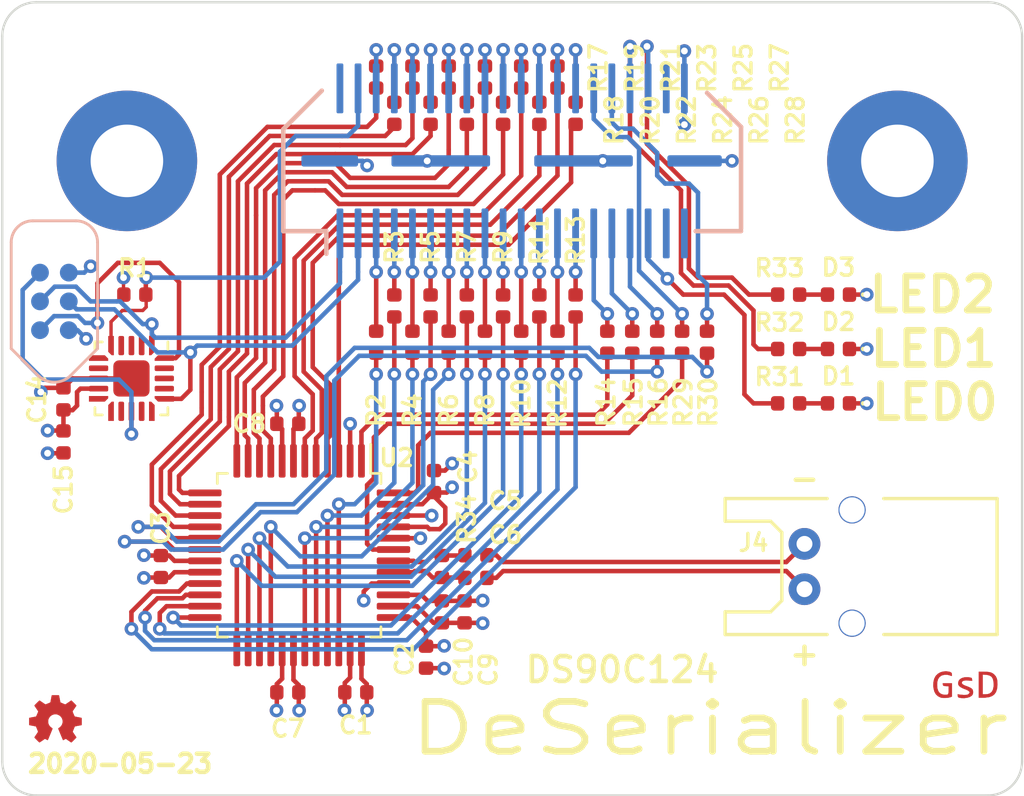
<source format=kicad_pcb>
(kicad_pcb (version 20200518) (host pcbnew "5.99.0-unknown-4cfff6b~101~ubuntu18.04.1")
  (title_block (title "ds90c124-deserializer") (date "2020-05-23") (rev "r1.0") (comment 1 "SYZYGY Pod"))
  (layers (0 "F.Cu" signal) (1 "In1.Cu" power) (2 "In2.Cu" signal) (31 "B.Cu" signal) (34 "B.Paste" user hide) (35 "F.Paste" user hide) (36 "B.SilkS" user) (37 "F.SilkS" user) (38 "B.Mask" user) (39 "F.Mask" user) (44 "Edge.Cuts" user))
  (net 0 "")
  (net 1 "GND")
  (net 2 "+3V3")
  (net 3 "/Peripheral MCU/MISO")
  (net 4 "/Peripheral MCU/~RESET")
  (net 5 "/SCL")
  (net 6 "/SDA")
  (net 7 "/RGA")
  (net 8 "/D0")
  (net 9 "/D12")
  (net 10 "/D1")
  (net 11 "/D13")
  (net 12 "/D2")
  (net 13 "/D14")
  (net 14 "/D3")
  (net 15 "/D15")
  (net 16 "/D4")
  (net 17 "/D16")
  (net 18 "/D5")
  (net 19 "/D17")
  (net 20 "/D6")
  (net 21 "/D18")
  (net 22 "/D7")
  (net 23 "/D19")
  (net 24 "/D8")
  (net 25 "/D20")
  (net 26 "/D9")
  (net 27 "/D21")
  (net 28 "/D10")
  (net 29 "/D22")
  (net 30 "/D11")
  (net 31 "/D23")
  (net 32 "Net-(J1-Pad29)")
  (net 33 "Net-(J1-Pad30)")
  (net 34 "Net-(J1-Pad31)")
  (net 35 "Net-(J1-Pad32)")
  (net 36 "/R_CLK")
  (net 37 "/LVDS_N")
  (net 38 "/RIN_N")
  (net 39 "/RIN_P")
  (net 40 "/LVDS_P")
  (net 41 "Net-(D1-Pad2)")
  (net 42 "Net-(D2-Pad2)")
  (net 43 "Net-(D3-Pad2)")
  (net 44 "Net-(J1-Pad5)")
  (net 45 "Net-(J1-Pad6)")
  (net 46 "Net-(J1-Pad7)")
  (net 47 "Net-(J1-Pad8)")
  (net 48 "Net-(J1-Pad9)")
  (net 49 "Net-(J1-Pad10)")
  (net 50 "Net-(J1-Pad11)")
  (net 51 "Net-(J1-Pad12)")
  (net 52 "Net-(J1-Pad13)")
  (net 53 "Net-(J1-Pad14)")
  (net 54 "Net-(J1-Pad15)")
  (net 55 "Net-(J1-Pad16)")
  (net 56 "Net-(J1-Pad17)")
  (net 57 "Net-(J1-Pad18)")
  (net 58 "Net-(J1-Pad19)")
  (net 59 "Net-(J1-Pad20)")
  (net 60 "Net-(J1-Pad21)")
  (net 61 "Net-(J1-Pad22)")
  (net 62 "Net-(J1-Pad23)")
  (net 63 "Net-(J1-Pad24)")
  (net 64 "Net-(J1-Pad25)")
  (net 65 "Net-(J1-Pad26)")
  (net 66 "Net-(J1-Pad27)")
  (net 67 "Net-(J1-Pad28)")
  (net 68 "Net-(J1-Pad33)")
  (net 69 "/POWER_DOWN")
  (net 70 "/CLK_EDGE")
  (net 71 "/REN")
  (net 72 "/LOCK")
  (net 73 "/LED0")
  (net 74 "/LED1")
  (net 75 "/LED2")
  (module "Resistor_SMD:R_0402_1005Metric" (layer "F.Cu") (at 124.8 86.1 -90)
    (fp_text reference "R18" (at 0.3 -9.7 90) (layer "F.SilkS") (effects (font (size 0.75 0.75))))
    (fp_text value "47R")
    (pad "2" smd roundrect (at 0.485 0 270) (size 0.59 0.64) (layers "F.Cu" "F.Paste" "F.Mask") (net 11 "/D13"))
    (pad "1" smd roundrect (at -0.485 0 270) (size 0.59 0.64) (layers "F.Cu" "F.Paste" "F.Mask") (net 47 "Net-(J1-Pad8)"))
  )
  (module "gkl_conn:SB02B-PASK-2" (layer "F.Cu") (at 142.9 106.1 90)
    (fp_text reference "J4" (at 1.05 -2.25 180) (layer "F.SilkS") (effects (font (size 0.75 0.75))))
    (fp_text value "Conn_01x02_Male")
    (pad "1" thru_hole circle (at -1 0 90) (size 1.4 1.4) (drill 0.7) (layers *.Cu *.Mask) (net 40 "/LVDS_P"))
    (pad "2" thru_hole circle (at 1 0 90) (size 1.4 1.4) (drill 0.7) (layers *.Cu *.Mask) (net 37 "/LVDS_N"))
    (pad "" np_thru_hole circle (at 2.5 2.1 90) (size 1.2 1.2) (drill 1.1) (layers *.Cu *.Mask))
    (pad "" np_thru_hole circle (at -2.5 2.1 90) (size 1.2 1.2) (drill 1.1) (layers *.Cu *.Mask))
  )
  (module "Resistor_SMD:R_0402_1005Metric" (layer "F.Cu") (at 126.9 106.1 -90)
    (fp_text reference "R34" (at -2.1 -1.1 90) (layer "F.SilkS") (effects (font (size 0.75 0.75))))
    (fp_text value "100R")
    (pad "2" smd roundrect (at 0.485 0 270) (size 0.59 0.64) (layers "F.Cu" "F.Paste" "F.Mask") (net 39 "/RIN_P"))
    (pad "1" smd roundrect (at -0.485 0 270) (size 0.59 0.64) (layers "F.Cu" "F.Paste" "F.Mask") (net 38 "/RIN_N"))
  )
  (module "Resistor_SMD:R_0402_1005Metric" (layer "F.Cu") (at 142.2 94.1)
    (fp_text reference "R33" (at -0.4 -1.17) (layer "F.SilkS") (effects (font (size 0.75 0.75))))
    (fp_text value "1k")
    (pad "2" smd roundrect (at 0.485 0) (size 0.59 0.64) (layers "F.Cu" "F.Paste" "F.Mask") (net 43 "Net-(D3-Pad2)"))
    (pad "1" smd roundrect (at -0.485 0) (size 0.59 0.64) (layers "F.Cu" "F.Paste" "F.Mask") (net 75 "/LED2"))
  )
  (module "Resistor_SMD:R_0402_1005Metric" (layer "F.Cu") (at 142.2 96.5)
    (fp_text reference "R32" (at -0.4 -1.17) (layer "F.SilkS") (effects (font (size 0.75 0.75))))
    (fp_text value "1k")
    (pad "2" smd roundrect (at 0.485 0) (size 0.59 0.64) (layers "F.Cu" "F.Paste" "F.Mask") (net 42 "Net-(D2-Pad2)"))
    (pad "1" smd roundrect (at -0.485 0) (size 0.59 0.64) (layers "F.Cu" "F.Paste" "F.Mask") (net 74 "/LED1"))
  )
  (module "Resistor_SMD:R_0402_1005Metric" (layer "F.Cu") (at 142.2 98.9)
    (fp_text reference "R31" (at -0.4 -1.17) (layer "F.SilkS") (effects (font (size 0.75 0.75))))
    (fp_text value "1k")
    (pad "2" smd roundrect (at 0.485 0) (size 0.59 0.64) (layers "F.Cu" "F.Paste" "F.Mask") (net 41 "Net-(D1-Pad2)"))
    (pad "1" smd roundrect (at -0.485 0) (size 0.59 0.64) (layers "F.Cu" "F.Paste" "F.Mask") (net 73 "/LED0"))
  )
  (module "Resistor_SMD:R_0402_1005Metric" (layer "F.Cu") (at 138.6 96.2 -90)
    (fp_text reference "R30" (at 2.65 -0.05 90) (layer "F.SilkS") (effects (font (size 0.75 0.75))))
    (fp_text value "47R")
    (pad "2" smd roundrect (at 0.485 0 270) (size 0.59 0.64) (layers "F.Cu" "F.Paste" "F.Mask") (net 72 "/LOCK"))
    (pad "1" smd roundrect (at -0.485 0 270) (size 0.59 0.64) (layers "F.Cu" "F.Paste" "F.Mask") (net 35 "Net-(J1-Pad32)"))
  )
  (module "Resistor_SMD:R_0402_1005Metric" (layer "F.Cu") (at 137.5 96.2 -90)
    (fp_text reference "R29" (at 2.65 -0.05 90) (layer "F.SilkS") (effects (font (size 0.75 0.75))))
    (fp_text value "47R")
    (pad "2" smd roundrect (at 0.485 0 270) (size 0.59 0.64) (layers "F.Cu" "F.Paste" "F.Mask") (net 71 "/REN"))
    (pad "1" smd roundrect (at -0.485 0 270) (size 0.59 0.64) (layers "F.Cu" "F.Paste" "F.Mask") (net 33 "Net-(J1-Pad30)"))
  )
  (module "Resistor_SMD:R_0402_1005Metric" (layer "F.Cu") (at 132.8 86.1 -90)
    (fp_text reference "R28" (at 0.3 -9.7 90) (layer "F.SilkS") (effects (font (size 0.75 0.75))))
    (fp_text value "47R")
    (pad "2" smd roundrect (at 0.485 0 270) (size 0.59 0.64) (layers "F.Cu" "F.Paste" "F.Mask") (net 31 "/D23"))
    (pad "1" smd roundrect (at -0.485 0 270) (size 0.59 0.64) (layers "F.Cu" "F.Paste" "F.Mask") (net 67 "Net-(J1-Pad28)"))
  )
  (module "Resistor_SMD:R_0402_1005Metric" (layer "F.Cu") (at 132 84.5 -90)
    (fp_text reference "R27" (at -0.4 -9.8 90) (layer "F.SilkS") (effects (font (size 0.75 0.75))))
    (fp_text value "47R")
    (pad "2" smd roundrect (at 0.485 0 270) (size 0.59 0.64) (layers "F.Cu" "F.Paste" "F.Mask") (net 29 "/D22"))
    (pad "1" smd roundrect (at -0.485 0 270) (size 0.59 0.64) (layers "F.Cu" "F.Paste" "F.Mask") (net 65 "Net-(J1-Pad26)"))
  )
  (module "Resistor_SMD:R_0402_1005Metric" (layer "F.Cu") (at 131.2 86.1 -90)
    (fp_text reference "R26" (at 0.3 -9.7 90) (layer "F.SilkS") (effects (font (size 0.75 0.75))))
    (fp_text value "47R")
    (pad "2" smd roundrect (at 0.485 0 270) (size 0.59 0.64) (layers "F.Cu" "F.Paste" "F.Mask") (net 27 "/D21"))
    (pad "1" smd roundrect (at -0.485 0 270) (size 0.59 0.64) (layers "F.Cu" "F.Paste" "F.Mask") (net 63 "Net-(J1-Pad24)"))
  )
  (module "Resistor_SMD:R_0402_1005Metric" (layer "F.Cu") (at 130.4 84.5 -90)
    (fp_text reference "R25" (at -0.4 -9.8 90) (layer "F.SilkS") (effects (font (size 0.75 0.75))))
    (fp_text value "47R")
    (pad "2" smd roundrect (at 0.485 0 270) (size 0.59 0.64) (layers "F.Cu" "F.Paste" "F.Mask") (net 25 "/D20"))
    (pad "1" smd roundrect (at -0.485 0 270) (size 0.59 0.64) (layers "F.Cu" "F.Paste" "F.Mask") (net 61 "Net-(J1-Pad22)"))
  )
  (module "Resistor_SMD:R_0402_1005Metric" (layer "F.Cu") (at 129.6 86.1 -90)
    (fp_text reference "R24" (at 0.3 -9.7 90) (layer "F.SilkS") (effects (font (size 0.75 0.75))))
    (fp_text value "47R")
    (pad "2" smd roundrect (at 0.485 0 270) (size 0.59 0.64) (layers "F.Cu" "F.Paste" "F.Mask") (net 23 "/D19"))
    (pad "1" smd roundrect (at -0.485 0 270) (size 0.59 0.64) (layers "F.Cu" "F.Paste" "F.Mask") (net 59 "Net-(J1-Pad20)"))
  )
  (module "Resistor_SMD:R_0402_1005Metric" (layer "F.Cu") (at 128.8 84.5 -90)
    (fp_text reference "R23" (at -0.4 -9.8 90) (layer "F.SilkS") (effects (font (size 0.75 0.75))))
    (fp_text value "47R")
    (pad "2" smd roundrect (at 0.485 0 270) (size 0.59 0.64) (layers "F.Cu" "F.Paste" "F.Mask") (net 21 "/D18"))
    (pad "1" smd roundrect (at -0.485 0 270) (size 0.59 0.64) (layers "F.Cu" "F.Paste" "F.Mask") (net 57 "Net-(J1-Pad18)"))
  )
  (module "Resistor_SMD:R_0402_1005Metric" (layer "F.Cu") (at 128 86.1 -90)
    (fp_text reference "R22" (at 0.3 -9.7 90) (layer "F.SilkS") (effects (font (size 0.75 0.75))))
    (fp_text value "47R")
    (pad "2" smd roundrect (at 0.485 0 270) (size 0.59 0.64) (layers "F.Cu" "F.Paste" "F.Mask") (net 19 "/D17"))
    (pad "1" smd roundrect (at -0.485 0 270) (size 0.59 0.64) (layers "F.Cu" "F.Paste" "F.Mask") (net 55 "Net-(J1-Pad16)"))
  )
  (module "Resistor_SMD:R_0402_1005Metric" (layer "F.Cu") (at 127.2 84.5 -90)
    (fp_text reference "R21" (at -0.4 -9.8 90) (layer "F.SilkS") (effects (font (size 0.75 0.75))))
    (fp_text value "47R")
    (pad "2" smd roundrect (at 0.485 0 270) (size 0.59 0.64) (layers "F.Cu" "F.Paste" "F.Mask") (net 17 "/D16"))
    (pad "1" smd roundrect (at -0.485 0 270) (size 0.59 0.64) (layers "F.Cu" "F.Paste" "F.Mask") (net 53 "Net-(J1-Pad14)"))
  )
  (module "Resistor_SMD:R_0402_1005Metric" (layer "F.Cu") (at 126.4 86.1 -90)
    (fp_text reference "R20" (at 0.3 -9.7 90) (layer "F.SilkS") (effects (font (size 0.75 0.75))))
    (fp_text value "47R")
    (pad "2" smd roundrect (at 0.485 0 270) (size 0.59 0.64) (layers "F.Cu" "F.Paste" "F.Mask") (net 15 "/D15"))
    (pad "1" smd roundrect (at -0.485 0 270) (size 0.59 0.64) (layers "F.Cu" "F.Paste" "F.Mask") (net 51 "Net-(J1-Pad12)"))
  )
  (module "Resistor_SMD:R_0402_1005Metric" (layer "F.Cu") (at 125.6 84.5 -90)
    (fp_text reference "R19" (at -0.4 -9.8 90) (layer "F.SilkS") (effects (font (size 0.75 0.75))))
    (fp_text value "47R")
    (pad "2" smd roundrect (at 0.485 0 270) (size 0.59 0.64) (layers "F.Cu" "F.Paste" "F.Mask") (net 13 "/D14"))
    (pad "1" smd roundrect (at -0.485 0 270) (size 0.59 0.64) (layers "F.Cu" "F.Paste" "F.Mask") (net 49 "Net-(J1-Pad10)"))
  )
  (module "Resistor_SMD:R_0402_1005Metric" (layer "F.Cu") (at 124 84.5 -90)
    (fp_text reference "R17" (at -0.4 -9.8 90) (layer "F.SilkS") (effects (font (size 0.75 0.75))))
    (fp_text value "47R")
    (pad "2" smd roundrect (at 0.485 0 270) (size 0.59 0.64) (layers "F.Cu" "F.Paste" "F.Mask") (net 9 "/D12"))
    (pad "1" smd roundrect (at -0.485 0 270) (size 0.59 0.64) (layers "F.Cu" "F.Paste" "F.Mask") (net 45 "Net-(J1-Pad6)"))
  )
  (module "Resistor_SMD:R_0402_1005Metric" (layer "F.Cu") (at 136.4 96.2 90)
    (fp_text reference "R16" (at -2.65 0.05 90) (layer "F.SilkS") (effects (font (size 0.75 0.75))))
    (fp_text value "47R")
    (pad "2" smd roundrect (at 0.485 0 90) (size 0.59 0.64) (layers "F.Cu" "F.Paste" "F.Mask") (net 68 "Net-(J1-Pad33)"))
    (pad "1" smd roundrect (at -0.485 0 90) (size 0.59 0.64) (layers "F.Cu" "F.Paste" "F.Mask") (net 36 "/R_CLK"))
  )
  (module "Resistor_SMD:R_0402_1005Metric" (layer "F.Cu") (at 135.3 96.2 90)
    (fp_text reference "R15" (at -2.65 0.05 90) (layer "F.SilkS") (effects (font (size 0.75 0.75))))
    (fp_text value "47R")
    (pad "2" smd roundrect (at 0.485 0 90) (size 0.59 0.64) (layers "F.Cu" "F.Paste" "F.Mask") (net 34 "Net-(J1-Pad31)"))
    (pad "1" smd roundrect (at -0.485 0 90) (size 0.59 0.64) (layers "F.Cu" "F.Paste" "F.Mask") (net 70 "/CLK_EDGE"))
  )
  (module "Resistor_SMD:R_0402_1005Metric" (layer "F.Cu") (at 134.2 96.2 90)
    (fp_text reference "R14" (at -2.65 -0.05 90) (layer "F.SilkS") (effects (font (size 0.75 0.75))))
    (fp_text value "47R")
    (pad "2" smd roundrect (at 0.485 0 90) (size 0.59 0.64) (layers "F.Cu" "F.Paste" "F.Mask") (net 32 "Net-(J1-Pad29)"))
    (pad "1" smd roundrect (at -0.485 0 90) (size 0.59 0.64) (layers "F.Cu" "F.Paste" "F.Mask") (net 69 "/POWER_DOWN"))
  )
  (module "Resistor_SMD:R_0402_1005Metric" (layer "F.Cu") (at 132.8 94.6 90)
    (fp_text reference "R13" (at 2.9 0 90) (layer "F.SilkS") (effects (font (size 0.75 0.75))))
    (fp_text value "47R")
    (pad "2" smd roundrect (at 0.485 0 90) (size 0.59 0.64) (layers "F.Cu" "F.Paste" "F.Mask") (net 66 "Net-(J1-Pad27)"))
    (pad "1" smd roundrect (at -0.485 0 90) (size 0.59 0.64) (layers "F.Cu" "F.Paste" "F.Mask") (net 30 "/D11"))
  )
  (module "Resistor_SMD:R_0402_1005Metric" (layer "F.Cu") (at 132 96.2 90)
    (fp_text reference "R12" (at -2.7 0 90) (layer "F.SilkS") (effects (font (size 0.75 0.75))))
    (fp_text value "47R")
    (pad "2" smd roundrect (at 0.485 0 90) (size 0.59 0.64) (layers "F.Cu" "F.Paste" "F.Mask") (net 64 "Net-(J1-Pad25)"))
    (pad "1" smd roundrect (at -0.485 0 90) (size 0.59 0.64) (layers "F.Cu" "F.Paste" "F.Mask") (net 28 "/D10"))
  )
  (module "Resistor_SMD:R_0402_1005Metric" (layer "F.Cu") (at 131.2 94.6 90)
    (fp_text reference "R11" (at 2.9 0 90) (layer "F.SilkS") (effects (font (size 0.75 0.75))))
    (fp_text value "47R")
    (pad "2" smd roundrect (at 0.485 0 90) (size 0.59 0.64) (layers "F.Cu" "F.Paste" "F.Mask") (net 62 "Net-(J1-Pad23)"))
    (pad "1" smd roundrect (at -0.485 0 90) (size 0.59 0.64) (layers "F.Cu" "F.Paste" "F.Mask") (net 26 "/D9"))
  )
  (module "Resistor_SMD:R_0402_1005Metric" (layer "F.Cu") (at 130.4 96.2 90)
    (fp_text reference "R10" (at -2.7 0 90) (layer "F.SilkS") (effects (font (size 0.75 0.75))))
    (fp_text value "47R")
    (pad "2" smd roundrect (at 0.485 0 90) (size 0.59 0.64) (layers "F.Cu" "F.Paste" "F.Mask") (net 60 "Net-(J1-Pad21)"))
    (pad "1" smd roundrect (at -0.485 0 90) (size 0.59 0.64) (layers "F.Cu" "F.Paste" "F.Mask") (net 24 "/D8"))
  )
  (module "Resistor_SMD:R_0402_1005Metric" (layer "F.Cu") (at 129.6 94.6 90)
    (fp_text reference "R9" (at 2.6 0 90) (layer "F.SilkS") (effects (font (size 0.75 0.75))))
    (fp_text value "47R")
    (pad "2" smd roundrect (at 0.485 0 90) (size 0.59 0.64) (layers "F.Cu" "F.Paste" "F.Mask") (net 58 "Net-(J1-Pad19)"))
    (pad "1" smd roundrect (at -0.485 0 90) (size 0.59 0.64) (layers "F.Cu" "F.Paste" "F.Mask") (net 22 "/D7"))
  )
  (module "Resistor_SMD:R_0402_1005Metric" (layer "F.Cu") (at 128.8 96.2 90)
    (fp_text reference "R8" (at -3 0 90) (layer "F.SilkS") (effects (font (size 0.75 0.75))))
    (fp_text value "47R")
    (pad "2" smd roundrect (at 0.485 0 90) (size 0.59 0.64) (layers "F.Cu" "F.Paste" "F.Mask") (net 56 "Net-(J1-Pad17)"))
    (pad "1" smd roundrect (at -0.485 0 90) (size 0.59 0.64) (layers "F.Cu" "F.Paste" "F.Mask") (net 20 "/D6"))
  )
  (module "Resistor_SMD:R_0402_1005Metric" (layer "F.Cu") (at 128 94.6 90)
    (fp_text reference "R7" (at 2.6 0 90) (layer "F.SilkS") (effects (font (size 0.75 0.75))))
    (fp_text value "47R")
    (pad "2" smd roundrect (at 0.485 0 90) (size 0.59 0.64) (layers "F.Cu" "F.Paste" "F.Mask") (net 54 "Net-(J1-Pad15)"))
    (pad "1" smd roundrect (at -0.485 0 90) (size 0.59 0.64) (layers "F.Cu" "F.Paste" "F.Mask") (net 18 "/D5"))
  )
  (module "Resistor_SMD:R_0402_1005Metric" (layer "F.Cu") (at 127.2 96.2 90)
    (fp_text reference "R6" (at -3 0 90) (layer "F.SilkS") (effects (font (size 0.75 0.75))))
    (fp_text value "47R")
    (pad "2" smd roundrect (at 0.485 0 90) (size 0.59 0.64) (layers "F.Cu" "F.Paste" "F.Mask") (net 52 "Net-(J1-Pad13)"))
    (pad "1" smd roundrect (at -0.485 0 90) (size 0.59 0.64) (layers "F.Cu" "F.Paste" "F.Mask") (net 16 "/D4"))
  )
  (module "Resistor_SMD:R_0402_1005Metric" (layer "F.Cu") (at 126.4 94.6 90)
    (fp_text reference "R5" (at 2.6 0 90) (layer "F.SilkS") (effects (font (size 0.75 0.75))))
    (fp_text value "47R")
    (pad "2" smd roundrect (at 0.485 0 90) (size 0.59 0.64) (layers "F.Cu" "F.Paste" "F.Mask") (net 50 "Net-(J1-Pad11)"))
    (pad "1" smd roundrect (at -0.485 0 90) (size 0.59 0.64) (layers "F.Cu" "F.Paste" "F.Mask") (net 14 "/D3"))
  )
  (module "Resistor_SMD:R_0402_1005Metric" (layer "F.Cu") (at 125.6 96.2 90)
    (fp_text reference "R4" (at -3 0 90) (layer "F.SilkS") (effects (font (size 0.75 0.75))))
    (fp_text value "47R")
    (pad "2" smd roundrect (at 0.485 0 90) (size 0.59 0.64) (layers "F.Cu" "F.Paste" "F.Mask") (net 48 "Net-(J1-Pad9)"))
    (pad "1" smd roundrect (at -0.485 0 90) (size 0.59 0.64) (layers "F.Cu" "F.Paste" "F.Mask") (net 12 "/D2"))
  )
  (module "Resistor_SMD:R_0402_1005Metric" (layer "F.Cu") (at 124.8 94.6 90)
    (fp_text reference "R3" (at 2.6 0 90) (layer "F.SilkS") (effects (font (size 0.75 0.75))))
    (fp_text value "47R")
    (pad "2" smd roundrect (at 0.485 0 90) (size 0.59 0.64) (layers "F.Cu" "F.Paste" "F.Mask") (net 46 "Net-(J1-Pad7)"))
    (pad "1" smd roundrect (at -0.485 0 90) (size 0.59 0.64) (layers "F.Cu" "F.Paste" "F.Mask") (net 10 "/D1"))
  )
  (module "Resistor_SMD:R_0402_1005Metric" (layer "F.Cu") (at 124 96.2 90)
    (fp_text reference "R2" (at -3 0 90) (layer "F.SilkS") (effects (font (size 0.75 0.75))))
    (fp_text value "47R")
    (pad "2" smd roundrect (at 0.485 0 90) (size 0.59 0.64) (layers "F.Cu" "F.Paste" "F.Mask") (net 44 "Net-(J1-Pad5)"))
    (pad "1" smd roundrect (at -0.485 0 90) (size 0.59 0.64) (layers "F.Cu" "F.Paste" "F.Mask") (net 8 "/D0"))
  )
  (module "Resistor_SMD:R_0402_1005Metric" (layer "F.Cu") (at 113.35 94.1)
    (fp_text reference "R1" (at 0 -1.17) (layer "F.SilkS") (effects (font (size 0.75 0.75))))
    (fp_text value "10K")
    (pad "2" smd roundrect (at 0.485 0) (size 0.59 0.64) (layers "F.Cu" "F.Paste" "F.Mask") (net 7 "/RGA"))
    (pad "1" smd roundrect (at -0.485 0) (size 0.59 0.64) (layers "F.Cu" "F.Paste" "F.Mask") (net 2 "+3V3"))
  )
  (module "LED_SMD:LED_0402_1005Metric" (layer "F.Cu") (at 144.4 94.1 180)
    (fp_text reference "D3" (at 0 1.2) (layer "F.SilkS") (effects (font (size 0.75 0.75))))
    (fp_text value "LED_ALT")
    (pad "2" smd roundrect (at 0.485 0 180) (size 0.59 0.64) (layers "F.Cu" "F.Paste" "F.Mask") (net 43 "Net-(D3-Pad2)"))
    (pad "1" smd roundrect (at -0.485 0 180) (size 0.59 0.64) (layers "F.Cu" "F.Paste" "F.Mask") (net 1 "GND"))
  )
  (module "LED_SMD:LED_0402_1005Metric" (layer "F.Cu") (at 144.4 96.5 180)
    (fp_text reference "D2" (at 0 1.2) (layer "F.SilkS") (effects (font (size 0.75 0.75))))
    (fp_text value "LED_ALT")
    (pad "2" smd roundrect (at 0.485 0 180) (size 0.59 0.64) (layers "F.Cu" "F.Paste" "F.Mask") (net 42 "Net-(D2-Pad2)"))
    (pad "1" smd roundrect (at -0.485 0 180) (size 0.59 0.64) (layers "F.Cu" "F.Paste" "F.Mask") (net 1 "GND"))
  )
  (module "LED_SMD:LED_0402_1005Metric" (layer "F.Cu") (at 144.4 98.9 180)
    (fp_text reference "D1" (at 0 1.2) (layer "F.SilkS") (effects (font (size 0.75 0.75))))
    (fp_text value "LED_ALT")
    (pad "2" smd roundrect (at 0.485 0 180) (size 0.59 0.64) (layers "F.Cu" "F.Paste" "F.Mask") (net 41 "Net-(D1-Pad2)"))
    (pad "1" smd roundrect (at -0.485 0 180) (size 0.59 0.64) (layers "F.Cu" "F.Paste" "F.Mask") (net 1 "GND"))
  )
  (module "Capacitor_SMD:C_0402_1005Metric" (layer "F.Cu") (at 110.2 100.6 -90)
    (fp_text reference "C15" (at 2.1 0 -90) (layer "F.SilkS") (effects (font (size 0.75 0.75))))
    (fp_text value "1uF")
    (pad "2" smd roundrect (at 0.485 0 270) (size 0.59 0.64) (layers "F.Cu" "F.Paste" "F.Mask") (net 1 "GND"))
    (pad "1" smd roundrect (at -0.485 0 270) (size 0.59 0.64) (layers "F.Cu" "F.Paste" "F.Mask") (net 2 "+3V3"))
  )
  (module "Capacitor_SMD:C_0402_1005Metric" (layer "F.Cu") (at 110.2 98.7 90)
    (fp_text reference "C14" (at 0 -1.17 90) (layer "F.SilkS") (effects (font (size 0.75 0.75))))
    (fp_text value "0.1uF")
    (pad "2" smd roundrect (at 0.485 0 90) (size 0.59 0.64) (layers "F.Cu" "F.Paste" "F.Mask") (net 1 "GND"))
    (pad "1" smd roundrect (at -0.485 0 90) (size 0.59 0.64) (layers "F.Cu" "F.Paste" "F.Mask") (net 2 "+3V3"))
  )
  (module "Capacitor_SMD:C_0402_1005Metric" (layer "F.Cu") (at 126.9 108.1 -90)
    (fp_text reference "C10" (at 2.2 -0.95 90) (layer "F.SilkS") (effects (font (size 0.75 0.75))))
    (fp_text value "0.01uF")
    (pad "2" smd roundrect (at 0.485 0 270) (size 0.59 0.64) (layers "F.Cu" "F.Paste" "F.Mask") (net 1 "GND"))
    (pad "1" smd roundrect (at -0.485 0 270) (size 0.59 0.64) (layers "F.Cu" "F.Paste" "F.Mask") (net 2 "+3V3"))
  )
  (module "Capacitor_SMD:C_0402_1005Metric" (layer "F.Cu") (at 127.9 108.1 -90)
    (fp_text reference "C9" (at 2.55 -1.05 90) (layer "F.SilkS") (effects (font (size 0.75 0.75))))
    (fp_text value "0.1uF")
    (pad "2" smd roundrect (at 0.485 0 270) (size 0.59 0.64) (layers "F.Cu" "F.Paste" "F.Mask") (net 1 "GND"))
    (pad "1" smd roundrect (at -0.485 0 270) (size 0.59 0.64) (layers "F.Cu" "F.Paste" "F.Mask") (net 2 "+3V3"))
  )
  (module "Capacitor_SMD:C_0402_1005Metric" (layer "F.Cu") (at 120.1 99.8 180)
    (fp_text reference "C8" (at 1.7 0) (layer "F.SilkS") (effects (font (size 0.75 0.75))))
    (fp_text value "0.01uF")
    (pad "2" smd roundrect (at 0.485 0 180) (size 0.59 0.64) (layers "F.Cu" "F.Paste" "F.Mask") (net 1 "GND"))
    (pad "1" smd roundrect (at -0.485 0 180) (size 0.59 0.64) (layers "F.Cu" "F.Paste" "F.Mask") (net 2 "+3V3"))
  )
  (module "Capacitor_SMD:C_0402_1005Metric" (layer "F.Cu") (at 120.1 111.65 180)
    (fp_text reference "C7" (at 0 -1.6) (layer "F.SilkS") (effects (font (size 0.75 0.75))))
    (fp_text value "0.1uF")
    (pad "2" smd roundrect (at 0.485 0 180) (size 0.59 0.64) (layers "F.Cu" "F.Paste" "F.Mask") (net 1 "GND"))
    (pad "1" smd roundrect (at -0.485 0 180) (size 0.59 0.64) (layers "F.Cu" "F.Paste" "F.Mask") (net 2 "+3V3"))
  )
  (module "Capacitor_SMD:C_0402_1005Metric" (layer "F.Cu") (at 128.4 106.6 180)
    (fp_text reference "C6" (at -1.3 1.9) (layer "F.SilkS") (effects (font (size 0.75 0.75))))
    (fp_text value "0.1uF")
    (pad "2" smd roundrect (at 0.485 0 180) (size 0.59 0.64) (layers "F.Cu" "F.Paste" "F.Mask") (net 39 "/RIN_P"))
    (pad "1" smd roundrect (at -0.485 0 180) (size 0.59 0.64) (layers "F.Cu" "F.Paste" "F.Mask") (net 40 "/LVDS_P"))
  )
  (module "Capacitor_SMD:C_0402_1005Metric" (layer "F.Cu") (at 128.4 105.6)
    (fp_text reference "C5" (at 1.3 -2.4) (layer "F.SilkS") (effects (font (size 0.75 0.75))))
    (fp_text value "0.1uF")
    (pad "2" smd roundrect (at 0.485 0) (size 0.59 0.64) (layers "F.Cu" "F.Paste" "F.Mask") (net 37 "/LVDS_N"))
    (pad "1" smd roundrect (at -0.485 0) (size 0.59 0.64) (layers "F.Cu" "F.Paste" "F.Mask") (net 38 "/RIN_N"))
  )
  (module "Capacitor_SMD:C_0402_1005Metric" (layer "F.Cu") (at 126.55 102.35 90)
    (fp_text reference "C4" (at 0.65 1.5 90) (layer "F.SilkS") (effects (font (size 0.75 0.75))))
    (fp_text value "0.01uF")
    (pad "2" smd roundrect (at 0.485 0 90) (size 0.59 0.64) (layers "F.Cu" "F.Paste" "F.Mask") (net 1 "GND"))
    (pad "1" smd roundrect (at -0.485 0 90) (size 0.59 0.64) (layers "F.Cu" "F.Paste" "F.Mask") (net 2 "+3V3"))
  )
  (module "Capacitor_SMD:C_0402_1005Metric" (layer "F.Cu") (at 114.5 106.1 90)
    (fp_text reference "C3" (at 1.7 0 90) (layer "F.SilkS") (effects (font (size 0.75 0.75))))
    (fp_text value "0.1uF")
    (pad "2" smd roundrect (at 0.485 0 90) (size 0.59 0.64) (layers "F.Cu" "F.Paste" "F.Mask") (net 1 "GND"))
    (pad "1" smd roundrect (at -0.485 0 90) (size 0.59 0.64) (layers "F.Cu" "F.Paste" "F.Mask") (net 2 "+3V3"))
  )
  (module "Capacitor_SMD:C_0402_1005Metric" (layer "F.Cu") (at 126.2 110.1 -90)
    (fp_text reference "C2" (at 0.1 0.95 90) (layer "F.SilkS") (effects (font (size 0.75 0.75))))
    (fp_text value "0.01uF")
    (pad "2" smd roundrect (at 0.485 0 270) (size 0.59 0.64) (layers "F.Cu" "F.Paste" "F.Mask") (net 1 "GND"))
    (pad "1" smd roundrect (at -0.485 0 270) (size 0.59 0.64) (layers "F.Cu" "F.Paste" "F.Mask") (net 2 "+3V3"))
  )
  (module "Capacitor_SMD:C_0402_1005Metric" (layer "F.Cu") (at 123.1 111.65 180)
    (fp_text reference "C1" (at 0 -1.45) (layer "F.SilkS") (effects (font (size 0.75 0.75))))
    (fp_text value "0.1uF")
    (pad "2" smd roundrect (at 0.485 0 180) (size 0.59 0.64) (layers "F.Cu" "F.Paste" "F.Mask") (net 1 "GND"))
    (pad "1" smd roundrect (at -0.485 0 180) (size 0.59 0.64) (layers "F.Cu" "F.Paste" "F.Mask") (net 2 "+3V3"))
  )
  (module "Package_QFP:LQFP-48_7x7mm_P0.5mm" (layer "F.Cu") (at 120.6 105.6 -90)
    (fp_text reference "U2" (at -4.3 -4.3 -180) (layer "F.SilkS") (effects (font (size 0.75 0.75))))
    (fp_text value "DS90C241")
    (pad "48" smd roundrect (at -2.75 -4.1625 270) (size 0.3 1.475) (layers "F.Cu" "F.Paste" "F.Mask") (net 71 "/REN"))
    (pad "47" smd roundrect (at -2.25 -4.1625 270) (size 0.3 1.475) (layers "F.Cu" "F.Paste" "F.Mask") (net 2 "+3V3"))
    (pad "46" smd roundrect (at -1.75 -4.1625 270) (size 0.3 1.475) (layers "F.Cu" "F.Paste" "F.Mask") (net 1 "GND"))
    (pad "45" smd roundrect (at -1.25 -4.1625 270) (size 0.3 1.475) (layers "F.Cu" "F.Paste" "F.Mask") (net 2 "+3V3"))
    (pad "44" smd roundrect (at -0.75 -4.1625 270) (size 0.3 1.475) (layers "F.Cu" "F.Paste" "F.Mask") (net 1 "GND"))
    (pad "43" smd roundrect (at -0.25 -4.1625 270) (size 0.3 1.475) (layers "F.Cu" "F.Paste" "F.Mask") (net 70 "/CLK_EDGE"))
    (pad "42" smd roundrect (at 0.25 -4.1625 270) (size 0.3 1.475) (layers "F.Cu" "F.Paste" "F.Mask") (net 38 "/RIN_N"))
    (pad "41" smd roundrect (at 0.75 -4.1625 270) (size 0.3 1.475) (layers "F.Cu" "F.Paste" "F.Mask") (net 39 "/RIN_P"))
    (pad "40" smd roundrect (at 1.25 -4.1625 270) (size 0.3 1.475) (layers "F.Cu" "F.Paste" "F.Mask") (net 1 "GND"))
    (pad "39" smd roundrect (at 1.75 -4.1625 270) (size 0.3 1.475) (layers "F.Cu" "F.Paste" "F.Mask") (net 2 "+3V3"))
    (pad "38" smd roundrect (at 2.25 -4.1625 270) (size 0.3 1.475) (layers "F.Cu" "F.Paste" "F.Mask") (net 1 "GND"))
    (pad "37" smd roundrect (at 2.75 -4.1625 270) (size 0.3 1.475) (layers "F.Cu" "F.Paste" "F.Mask") (net 2 "+3V3"))
    (pad "36" smd roundrect (at 4.1625 -2.75 270) (size 1.475 0.3) (layers "F.Cu" "F.Paste" "F.Mask") (net 2 "+3V3"))
    (pad "35" smd roundrect (at 4.1625 -2.25 270) (size 1.475 0.3) (layers "F.Cu" "F.Paste" "F.Mask") (net 1 "GND"))
    (pad "34" smd roundrect (at 4.1625 -1.75 270) (size 1.475 0.3) (layers "F.Cu" "F.Paste" "F.Mask") (net 8 "/D0"))
    (pad "33" smd roundrect (at 4.1625 -1.25 270) (size 1.475 0.3) (layers "F.Cu" "F.Paste" "F.Mask") (net 10 "/D1"))
    (pad "32" smd roundrect (at 4.1625 -0.75 270) (size 1.475 0.3) (layers "F.Cu" "F.Paste" "F.Mask") (net 12 "/D2"))
    (pad "31" smd roundrect (at 4.1625 -0.25 270) (size 1.475 0.3) (layers "F.Cu" "F.Paste" "F.Mask") (net 14 "/D3"))
    (pad "30" smd roundrect (at 4.1625 0.25 270) (size 1.475 0.3) (layers "F.Cu" "F.Paste" "F.Mask") (net 2 "+3V3"))
    (pad "29" smd roundrect (at 4.1625 0.75 270) (size 1.475 0.3) (layers "F.Cu" "F.Paste" "F.Mask") (net 1 "GND"))
    (pad "28" smd roundrect (at 4.1625 1.25 270) (size 1.475 0.3) (layers "F.Cu" "F.Paste" "F.Mask") (net 16 "/D4"))
    (pad "27" smd roundrect (at 4.1625 1.75 270) (size 1.475 0.3) (layers "F.Cu" "F.Paste" "F.Mask") (net 18 "/D5"))
    (pad "26" smd roundrect (at 4.1625 2.25 270) (size 1.475 0.3) (layers "F.Cu" "F.Paste" "F.Mask") (net 20 "/D6"))
    (pad "25" smd roundrect (at 4.1625 2.75 270) (size 1.475 0.3) (layers "F.Cu" "F.Paste" "F.Mask") (net 22 "/D7"))
    (pad "24" smd roundrect (at 2.75 4.1625 270) (size 0.3 1.475) (layers "F.Cu" "F.Paste" "F.Mask") (net 24 "/D8"))
    (pad "23" smd roundrect (at 2.25 4.1625 270) (size 0.3 1.475) (layers "F.Cu" "F.Paste" "F.Mask") (net 26 "/D9"))
    (pad "22" smd roundrect (at 1.75 4.1625 270) (size 0.3 1.475) (layers "F.Cu" "F.Paste" "F.Mask") (net 28 "/D10"))
    (pad "21" smd roundrect (at 1.25 4.1625 270) (size 0.3 1.475) (layers "F.Cu" "F.Paste" "F.Mask") (net 30 "/D11"))
    (pad "20" smd roundrect (at 0.75 4.1625 270) (size 0.3 1.475) (layers "F.Cu" "F.Paste" "F.Mask") (net 2 "+3V3"))
    (pad "19" smd roundrect (at 0.25 4.1625 270) (size 0.3 1.475) (layers "F.Cu" "F.Paste" "F.Mask") (net 1 "GND"))
    (pad "18" smd roundrect (at -0.25 4.1625 270) (size 0.3 1.475) (layers "F.Cu" "F.Paste" "F.Mask") (net 36 "/R_CLK"))
    (pad "17" smd roundrect (at -0.75 4.1625 270) (size 0.3 1.475) (layers "F.Cu" "F.Paste" "F.Mask") (net 72 "/LOCK"))
    (pad "16" smd roundrect (at -1.25 4.1625 270) (size 0.3 1.475) (layers "F.Cu" "F.Paste" "F.Mask") (net 9 "/D12"))
    (pad "15" smd roundrect (at -1.75 4.1625 270) (size 0.3 1.475) (layers "F.Cu" "F.Paste" "F.Mask") (net 11 "/D13"))
    (pad "14" smd roundrect (at -2.25 4.1625 270) (size 0.3 1.475) (layers "F.Cu" "F.Paste" "F.Mask") (net 13 "/D14"))
    (pad "13" smd roundrect (at -2.75 4.1625 270) (size 0.3 1.475) (layers "F.Cu" "F.Paste" "F.Mask") (net 15 "/D15"))
    (pad "12" smd roundrect (at -4.1625 2.75 270) (size 1.475 0.3) (layers "F.Cu" "F.Paste" "F.Mask") (net 17 "/D16"))
    (pad "11" smd roundrect (at -4.1625 2.25 270) (size 1.475 0.3) (layers "F.Cu" "F.Paste" "F.Mask") (net 19 "/D17"))
    (pad "10" smd roundrect (at -4.1625 1.75 270) (size 1.475 0.3) (layers "F.Cu" "F.Paste" "F.Mask") (net 21 "/D18"))
    (pad "9" smd roundrect (at -4.1625 1.25 270) (size 1.475 0.3) (layers "F.Cu" "F.Paste" "F.Mask") (net 23 "/D19"))
    (pad "8" smd roundrect (at -4.1625 0.75 270) (size 1.475 0.3) (layers "F.Cu" "F.Paste" "F.Mask") (net 1 "GND"))
    (pad "7" smd roundrect (at -4.1625 0.25 270) (size 1.475 0.3) (layers "F.Cu" "F.Paste" "F.Mask") (net 2 "+3V3"))
    (pad "6" smd roundrect (at -4.1625 -0.25 270) (size 1.475 0.3) (layers "F.Cu" "F.Paste" "F.Mask") (net 25 "/D20"))
    (pad "5" smd roundrect (at -4.1625 -0.75 270) (size 1.475 0.3) (layers "F.Cu" "F.Paste" "F.Mask") (net 27 "/D21"))
    (pad "4" smd roundrect (at -4.1625 -1.25 270) (size 1.475 0.3) (layers "F.Cu" "F.Paste" "F.Mask") (net 29 "/D22"))
    (pad "3" smd roundrect (at -4.1625 -1.75 270) (size 1.475 0.3) (layers "F.Cu" "F.Paste" "F.Mask") (net 31 "/D23"))
    (pad "2" smd roundrect (at -4.1625 -2.25 270) (size 1.475 0.3) (layers "F.Cu" "F.Paste" "F.Mask") (net 1 "GND"))
    (pad "1" smd roundrect (at -4.1625 -2.75 270) (size 1.475 0.3) (layers "F.Cu" "F.Paste" "F.Mask") (net 69 "/POWER_DOWN"))
  )
  (module "pkl_tag_connect:TC2030-NL_SMALL" (layer "B.Cu") (at 109.8 94.4 90)
    (fp_text reference "J3")
    (fp_text value "TagConnect")
    (pad "" np_thru_hole circle (at 2.54 -1.016 90) (size 0.98552 0.98552) (drill 0.98552) (layers *.Cu))
    (pad "" np_thru_hole circle (at 2.54 1.016 90) (size 0.98552 0.98552) (drill 0.98552) (layers *.Cu))
    (pad "" np_thru_hole circle (at -2.54 0 90) (size 0.98806 0.98806) (drill 0.98806) (layers *.Cu))
    (pad "6" connect circle (at 1.27 0.635 90) (size 0.78486 0.78486) (layers "B.Cu" "B.Mask") (net 1 "GND"))
    (pad "5" connect circle (at 1.27 -0.635 90) (size 0.78486 0.78486) (layers "B.Cu" "B.Mask") (net 4 "/Peripheral MCU/~RESET"))
    (pad "4" connect circle (at 0 0.635 90) (size 0.78486 0.78486) (layers "B.Cu" "B.Mask") (net 6 "/SDA"))
    (pad "3" connect circle (at 0 -0.635 90) (size 0.78486 0.78486) (layers "B.Cu" "B.Mask") (net 5 "/SCL"))
    (pad "2" connect circle (at -1.27 0.635 90) (size 0.78486 0.78486) (layers "B.Cu" "B.Mask") (net 2 "+3V3"))
    (pad "1" connect circle (at -1.27 -0.635 90) (size 0.78486 0.78486) (layers "B.Cu" "B.Mask") (net 3 "/Peripheral MCU/MISO"))
  )
  (module "gkl_logos:oshw_small" (layer "F.Cu") (at 109.85 112.85)
    (fp_text reference "G***" hide)
    (fp_text value "LOGO" hide)
    (fp_poly (pts (xy 0.034434 -1.070644) (xy 0.067967 -1.070441) (xy 0.094854 -1.070081) (xy 0.115679 -1.069545) (xy 0.131028 -1.068815) (xy 0.141484 -1.067873) (xy 0.147631 -1.0667) (xy 0.14957 -1.065823) (xy 0.151728 -1.062359) (xy 0.154421 -1.054534) (xy 0.157762 -1.041831) (xy 0.161865 -1.023736) (xy 0.166844 -0.999734) (xy 0.172812 -0.969309) (xy 0.179883 -0.931946) (xy 0.18387 -0.910492) (xy 0.191899 -0.867626) (xy 0.198777 -0.832133) (xy 0.204579 -0.803667) (xy 0.20938 -0.781882) (xy 0.213256 -0.766433) (xy 0.216284 -0.756974) (xy 0.218192 -0.753437) (xy 0.223255 -0.750437) (xy 0.23444 -0.745046) (xy 0.250596 -0.737743) (xy 0.270577 -0.729006) (xy 0.293232 -0.719311) (xy 0.317413 -0.709137) (xy 0.34197 -0.698962) (xy 0.365756 -0.689262) (xy 0.387621 -0.680517) (xy 0.406415 -0.673202) (xy 0.420991 -0.667796) (xy 0.430199 -0.664778) (xy 0.432574 -0.664308) (xy 0.436931 -0.666453) (xy 0.446994 -0.672572) (xy 0.46204 -0.682192) (xy 0.48135 -0.69484) (xy 0.504202 -0.710041) (xy 0.529876 -0.727323) (xy 0.557649 -0.746211) (xy 0.566444 -0.752231) (xy 0.594625 -0.771491) (xy 0.620833 -0.789294) (xy 0.644361 -0.805167) (xy 0.664502 -0.81864) (xy 0.68055 -0.82924) (xy 0.691799 -0.836496) (xy 0.697543 -0.839936) (xy 0.698099 -0.840154) (xy 0.702045 -0.837466) (xy 0.710615 -0.829883) (xy 0.723103 -0.818125) (xy 0.738801 -0.802913) (xy 0.757001 -0.784968) (xy 0.776995 -0.765011) (xy 0.798076 -0.743762) (xy 0.819537 -0.721943) (xy 0.840668 -0.700273) (xy 0.860764 -0.679473) (xy 0.879116 -0.660265) (xy 0.895016 -0.643369) (xy 0.907757 -0.629505) (xy 0.916632 -0.619395) (xy 0.920932 -0.613759) (xy 0.921212 -0.612916) (xy 0.918584 -0.608605) (xy 0.912018 -0.598596) (xy 0.902013 -0.583627) (xy 0.889064 -0.564435) (xy 0.873671 -0.541758) (xy 0.856331 -0.516332) (xy 0.837541 -0.488894) (xy 0.834677 -0.484721) (xy 0.815763 -0.456987) (xy 0.798327 -0.431061) (xy 0.782855 -0.407691) (xy 0.769833 -0.387628) (xy 0.759747 -0.371622) (xy 0.753081 -0.360422) (xy 0.750324 -0.35478) (xy 0.750277 -0.354467) (xy 0.751805 -0.348645) (xy 0.756066 -0.336833) (xy 0.762575 -0.320162) (xy 0.770846 -0.299763) (xy 0.780396 -0.276769) (xy 0.790739 -0.25231) (xy 0.801391 -0.22752) (xy 0.811866 -0.203529) (xy 0.821679 -0.181469) (xy 0.830347 -0.162471) (xy 0.837383 -0.147669) (xy 0.842304 -0.138192) (xy 0.844118 -0.135445) (xy 0.847693 -0.13317) (xy 0.854829 -0.13053) (xy 0.866139 -0.127386) (xy 0.882232 -0.123601) (xy 0.903722 -0.119039) (xy 0.931219 -0.113561) (xy 0.965334 -0.10703) (xy 0.996918 -0.10112) (xy 1.037379 -0.09352) (xy 1.070645 -0.087079) (xy 1.097233 -0.081681) (xy 1.117657 -0.077211) (xy 1.132435 -0.073556) (xy 1.142081 -0.070599) (xy 1.147113 -0.068226) (xy 1.147885 -0.067505) (xy 1.149215 -0.0638) (xy 1.150302 -0.05616) (xy 1.151165 -0.044) (xy 1.151823 -0.026735) (xy 1.152293 -0.003782) (xy 1.152594 0.025445) (xy 1.152744 0.061528) (xy 1.152769 0.088391) (xy 1.152737 0.127046) (xy 1.152622 0.158623) (xy 1.152394 0.183862) (xy 1.152024 0.2035) (xy 1.151483 0.218275) (xy 1.150742 0.228927) (xy 1.149772 0.236191) (xy 1.148544 0.240808) (xy 1.147028 0.243515) (xy 1.146629 0.243952) (xy 1.140833 0.248843) (xy 1.138213 0.250093) (xy 1.133978 0.250781) (xy 1.122934 0.25274) (xy 1.105954 0.25581) (xy 1.08391 0.259832) (xy 1.057677 0.264646) (xy 1.028128 0.270094) (xy 0.996838 0.275885) (xy 0.955612 0.283642) (xy 0.921763 0.290266) (xy 0.894946 0.295832) (xy 0.874815 0.300417) (xy 0.861026 0.304097) (xy 0.853234 0.30695) (xy 0.851445 0.308124) (xy 0.848436 0.313325) (xy 0.843095 0.324719) (xy 0.835867 0.341193) (xy 0.827199 0.361634) (xy 0.817539 0.38493) (xy 0.807332 0.409969) (xy 0.797024 0.435639) (xy 0.787064 0.460827) (xy 0.777896 0.48442) (xy 0.769968 0.505307) (xy 0.763726 0.522375) (xy 0.759617 0.534513) (xy 0.758086 0.540606) (xy 0.758085 0.540687) (xy 0.760235 0.545487) (xy 0.76635 0.555935) (xy 0.775934 0.571262) (xy 0.78849 0.590698) (xy 0.803521 0.613476) (xy 0.82053 0.638825) (xy 0.838801 0.665655) (xy 0.857314 0.69275) (xy 0.874414 0.717967) (xy 0.889593 0.740547) (xy 0.902348 0.759729) (xy 0.912171 0.774754) (xy 0.918559 0.784861) (xy 0.921002 0.789276) (xy 0.918645 0.793571) (xy 0.910956 0.802932) (xy 0.898247 0.817025) (xy 0.880834 0.835513) (xy 0.859031 0.858062) (xy 0.833152 0.884336) (xy 0.813356 0.904189) (xy 0.785293 0.932138) (xy 0.762177 0.954975) (xy 0.743486 0.973171) (xy 0.728699 0.987199) (xy 0.717295 0.997529) (xy 0.708752 1.004633) (xy 0.702549 1.008984) (xy 0.698165 1.011053) (xy 0.695078 1.011313) (xy 0.695008 1.011299) (xy 0.689679 1.008695) (xy 0.678758 1.002154) (xy 0.663066 0.99221) (xy 0.643424 0.979394) (xy 0.62065 0.964241) (xy 0.595565 0.947284) (xy 0.576538 0.93426) (xy 0.550366 0.916286) (xy 0.526022 0.899625) (xy 0.504309 0.884826) (xy 0.486032 0.872434) (xy 0.471995 0.862994) (xy 0.463004 0.857053) (xy 0.460102 0.855246) (xy 0.457078 0.854255) (xy 0.452913 0.85445) (xy 0.446778 0.856201) (xy 0.437842 0.859876) (xy 0.425276 0.865845) (xy 0.40825 0.874477) (xy 0.385936 0.886143) (xy 0.360636 0.899546) (xy 0.347626 0.906182) (xy 0.339529 0.909288) (xy 0.33452 0.909294) (xy 0.330772 0.90663) (xy 0.330728 0.906585) (xy 0.328208 0.901935) (xy 0.32306 0.890769) (xy 0.315582 0.873809) (xy 0.306072 0.851778) (xy 0.294829 0.825397) (xy 0.282152 0.795391) (xy 0.268338 0.762481) (xy 0.253687 0.727389) (xy 0.238496 0.690838) (xy 0.223064 0.653551) (xy 0.20769 0.616249) (xy 0.192671 0.579657) (xy 0.178307 0.544495) (xy 0.164895 0.511487) (xy 0.152734 0.481354) (xy 0.142123 0.45482) (xy 0.133359 0.432607) (xy 0.126742 0.415438) (xy 0.122569 0.404034) (xy 0.121139 0.399138) (xy 0.124539 0.392081) (xy 0.134948 0.383227) (xy 0.143608 0.377584) (xy 0.188619 0.346069) (xy 0.227109 0.310716) (xy 0.258915 0.271782) (xy 0.283869 0.229527) (xy 0.301808 0.184209) (xy 0.312567 0.136086) (xy 0.315359 0.108587) (xy 0.314642 0.058353) (xy 0.306583 0.010097) (xy 0.291531 -0.035584) (xy 0.269836 -0.078095) (xy 0.241847 -0.11684) (xy 0.207914 -0.151221) (xy 0.168387 -0.180642) (xy 0.134816 -0.19932) (xy 0.09804 -0.215073) (xy 0.063083 -0.225281) (xy 0.027012 -0.2306) (xy -0.009769 -0.23174) (xy -0.059615 -0.227366) (xy -0.107125 -0.215762) (xy -0.151692 -0.19732) (xy -0.19271 -0.172431) (xy -0.229573 -0.141486) (xy -0.261673 -0.104878) (xy -0.288405 -0.062998) (xy -0.296711 -0.046464) (xy -0.308777 -0.018535) (xy -0.317161 0.006857) (xy -0.322405 0.032291) (xy -0.325047 0.060349) (xy -0.325639 0.091831) (xy -0.325267 0.115171) (xy -0.324232 0.133197) (xy -0.322223 0.148402) (xy -0.31893 0.163281) (xy -0.315036 0.177048) (xy -0.299291 0.220105) (xy -0.278927 0.258768) (xy -0.253213 0.293987) (xy -0.221415 0.326713) (xy -0.182801 0.357897) (xy -0.167177 0.368869) (xy -0.15294 0.378857) (xy -0.141274 0.387637) (xy -0.133636 0.394076) (xy -0.131448 0.396632) (xy -0.132459 0.401252) (xy -0.136161 0.4122) (xy -0.142219 0.428599) (xy -0.150296 0.449572) (xy -0.160055 0.474241) (xy -0.171161 0.50173) (xy -0.179518 0.522086) (xy -0.193998 0.557143) (xy -0.210561 0.597269) (xy -0.228319 0.640305) (xy -0.246379 0.684094) (xy -0.263853 0.726476) (xy -0.279849 0.765293) (xy -0.283708 0.774661) (xy -0.30004 0.813926) (xy -0.313973 0.846607) (xy -0.325441 0.872561) (xy -0.334378 0.89164) (xy -0.340718 0.903701) (xy -0.344396 0.908596) (xy -0.344568 0.908672) (xy -0.350459 0.907652) (xy -0.362082 0.903112) (xy -0.378438 0.895496) (xy -0.398524 0.885252) (xy -0.405826 0.881357) (xy -0.424649 0.871324) (xy -0.441113 0.862757) (xy -0.453973 0.856287) (xy -0.46198 0.852547) (xy -0.463947 0.851877) (xy -0.467846 0.854015) (xy -0.477435 0.860098) (xy -0.491969 0.869632) (xy -0.510708 0.882121) (xy -0.532909 0.897072) (xy -0.557828 0.913989) (xy -0.584152 0.931985) (xy -0.611219 0.950401) (xy -0.636511 0.967326) (xy -0.659249 0.982258) (xy -0.678656 0.994701) (xy -0.693953 1.004152) (xy -0.704362 1.010115) (xy -0.709029 1.012093) (xy -0.714317 1.009227) (xy -0.724895 1.00064) (xy -0.740744 0.986349) (xy -0.761845 0.96637) (xy -0.788182 0.940721) (xy -0.819737 0.909417) (xy -0.823573 0.905582) (xy -0.854778 0.874147) (xy -0.880703 0.847573) (xy -0.901264 0.825951) (xy -0.916376 0.809369) (xy -0.925955 0.797919) (xy -0.929919 0.79169) (xy -0.930031 0.791085) (xy -0.92788 0.786115) (xy -0.921763 0.775509) (xy -0.912177 0.760045) (xy -0.899622 0.740501) (xy -0.884598 0.717654) (xy -0.867603 0.692282) (xy -0.849923 0.666309) (xy -0.829505 0.636295) (xy -0.811454 0.609266) (xy -0.796155 0.585826) (xy -0.783993 0.566582) (xy -0.775352 0.552136) (xy -0.770619 0.543095) (xy -0.769815 0.540513) (xy -0.771264 0.534264) (xy -0.77531 0.521968) (xy -0.781505 0.504746) (xy -0.789401 0.483717) (xy -0.79855 0.460001) (xy -0.808503 0.434718) (xy -0.818812 0.408988) (xy -0.829028 0.38393) (xy -0.838704 0.360665) (xy -0.847389 0.340312) (xy -0.854637 0.323991) (xy -0.859999 0.312821) (xy -0.862902 0.308036) (xy -0.867671 0.305602) (xy -0.87803 0.302427) (xy -0.894356 0.298426) (xy -0.917028 0.293518) (xy -0.946424 0.287618) (xy -0.982922 0.280644) (xy -1.010138 0.275586) (xy -1.047747 0.268606) (xy -1.078379 0.262788) (xy -1.102761 0.257964) (xy -1.121618 0.253968) (xy -1.135675 0.250632) (xy -1.145658 0.24779) (xy -1.152293 0.245274) (xy -1.156305 0.242918) (xy -1.157654 0.241632) (xy -1.15942 0.239026) (xy -1.160856 0.235261) (xy -1.161994 0.229569) (xy -1.162869 0.221179) (xy -1.163515 0.209321) (xy -1.163965 0.193226) (xy -1.164254 0.172124) (xy -1.164415 0.145246) (xy -1.164483 0.111821) (xy -1.164492 0.086283) (xy -1.164428 0.045824) (xy -1.164221 0.01259) (xy -1.163855 -0.014004) (xy -1.163309 -0.034547) (xy -1.162566 -0.049626) (xy -1.161607 -0.05983) (xy -1.160413 -0.065746) (xy -1.159607 -0.06744) (xy -1.155945 -0.069673) (xy -1.147653 -0.072467) (xy -1.134227 -0.075935) (xy -1.115162 -0.080188) (xy -1.089954 -0.085337) (xy -1.058098 -0.091496) (xy -1.019091 -0.098774) (xy -1.014046 -0.099703) (xy -0.981474 -0.105744) (xy -0.950996 -0.111504) (xy -0.92355 -0.116796) (xy -0.900074 -0.121436) (xy -0.881505 -0.125239) (xy -0.86878 -0.128019) (xy -0.862911 -0.129562) (xy -0.859518 -0.13152) (xy -0.855885 -0.135299) (xy -0.851618 -0.141672) (xy -0.846325 -0.151412) (xy -0.839613 -0.165293) (xy -0.831087 -0.184087) (xy -0.820354 -0.208567) (xy -0.807226 -0.239032) (xy -0.795686 -0.266257) (xy -0.785233 -0.291524) (xy -0.776256 -0.313841) (xy -0.769147 -0.332215) (xy -0.764295 -0.345655) (xy -0.762091 -0.353168) (xy -0.762 -0.353986) (xy -0.764265 -0.359917) (xy -0.770911 -0.371817) (xy -0.781717 -0.389337) (xy -0.796461 -0.412131) (xy -0.814922 -0.43985) (xy -0.836876 -0.472148) (xy -0.844752 -0.483608) (xy -0.863574 -0.511131) (xy -0.880974 -0.536957) (xy -0.896447 -0.560306) (xy -0.909488 -0.580402) (xy -0.919593 -0.596466) (xy -0.926256 -0.607719) (xy -0.928974 -0.613383) (xy -0.928997 -0.613507) (xy -0.928723 -0.616663) (xy -0.926741 -0.620996) (xy -0.922573 -0.627032) (xy -0.915741 -0.635298) (xy -0.905766 -0.646322) (xy -0.892169 -0.66063) (xy -0.874471 -0.678749) (xy -0.852194 -0.701206) (xy -0.824859 -0.728528) (xy -0.821132 -0.732243) (xy -0.789304 -0.763769) (xy -0.762732 -0.789677) (xy -0.74133 -0.810047) (xy -0.725007 -0.824962) (xy -0.713675 -0.834505) (xy -0.707246 -0.838758) (xy -0.705927 -0.838966) (xy -0.701497 -0.836315) (xy -0.69137 -0.829716) (xy -0.676277 -0.819663) (xy -0.656953 -0.806651) (xy -0.634129 -0.791172) (xy -0.608539 -0.773722) (xy -0.580914 -0.754793) (xy -0.574689 -0.750515) (xy -0.546742 -0.731402) (xy -0.520662 -0.713761) (xy -0.497181 -0.69807) (xy -0.477028 -0.68481) (xy -0.460937 -0.674462) (xy -0.449637 -0.667505) (xy -0.44386 -0.664419) (xy -0.443397 -0.664307) (xy -0.438246 -0.665738) (xy -0.426954 -0.669755) (xy -0.410596 -0.675946) (xy -0.390249 -0.683898) (xy -0.366989 -0.6932) (xy -0.350632 -0.69985) (xy -0.317571 -0.713385) (xy -0.291012 -0.724298) (xy -0.270221 -0.732923) (xy -0.254468 -0.739595) (xy -0.24302 -0.744651) (xy -0.235143 -0.748424) (xy -0.230107 -0.751249) (xy -0.227177 -0.753463) (xy -0.225623 -0.7554) (xy -0.224711 -0.757395) (xy -0.224679 -0.757476) (xy -0.223541 -0.762317) (xy -0.221174 -0.773804) (xy -0.217774 -0.790899) (xy -0.213539 -0.812567) (xy -0.208664 -0.837768) (xy -0.203347 -0.865466) (xy -0.197785 -0.894622) (xy -0.192175 -0.9242) (xy -0.186713 -0.953161) (xy -0.181597 -0.980468) (xy -0.177024 -1.005084) (xy -0.17319 -1.025971) (xy -0.170292 -1.042092) (xy -0.168528 -1.052408) (xy -0.168065 -1.055775) (xy -0.165582 -1.060348) (xy -0.16189 -1.064567) (xy -0.159523 -1.066154) (xy -0.155419 -1.067447) (xy -0.14884 -1.068475) (xy -0.139047 -1.069267) (xy -0.125302 -1.069852) (xy -0.106868 -1.070259) (xy -0.083005 -1.070518) (xy -0.052976 -1.070657) (xy -0.016043 -1.070706) (xy -0.006329 -1.070708) (xy 0.034434 -1.070644)) (layer "F.Cu") (width 0.01))
  )
  (module "gkl_logos:gsd_logo_small" (layer "F.Cu") (at 150 111.4)
    (fp_text reference "G***" hide)
    (fp_text value "LOGO" hide)
    (fp_poly (pts (xy 0.809625 -0.656049) (xy 0.948894 -0.652824) (xy 1.055352 -0.641742) (xy 1.138164 -0.620435) (xy 1.206496 -0.586535) (xy 1.269512 -0.537672) (xy 1.270237 -0.537018) (xy 1.340037 -0.45732) (xy 1.386054 -0.362298) (xy 1.410458 -0.244688) (xy 1.415419 -0.097228) (xy 1.413931 -0.056017) (xy 1.39408 0.106816) (xy 1.349894 0.237949) (xy 1.279148 0.339287) (xy 1.179619 0.412731) (xy 1.049083 0.460187) (xy 0.885316 0.483556) (xy 0.779803 0.486833) (xy 0.592667 0.486833) (xy 0.592667 0.338667) (xy 0.762 0.338667) (xy 0.884039 0.338667) (xy 0.998972 0.327347) (xy 1.079303 0.299395) (xy 1.160578 0.233792) (xy 1.215228 0.137724) (xy 1.243868 0.009786) (xy 1.248834 -0.087568) (xy 1.23982 -0.236059) (xy 1.21085 -0.349515) (xy 1.159033 -0.431642) (xy 1.081476 -0.486148) (xy 0.975288 -0.516738) (xy 0.908005 -0.524408) (xy 0.762 -0.534855) (xy 0.762 0.338667) (xy 0.592667 0.338667) (xy 0.592667 -0.656167) (xy 0.809625 -0.656049)) (layer "F.Cu") (width 0.01))
    (fp_poly (pts (xy 0.162577 -0.408638) (xy 0.231651 -0.397665) (xy 0.269226 -0.38476) (xy 0.285863 -0.363181) (xy 0.292122 -0.326181) (xy 0.292151 -0.325883) (xy 0.298552 -0.260216) (xy 0.140244 -0.270375) (xy 0.023554 -0.274289) (xy -0.058453 -0.267638) (xy -0.112413 -0.249068) (xy -0.144962 -0.217221) (xy -0.1483 -0.211417) (xy -0.159408 -0.158528) (xy -0.131713 -0.111118) (xy -0.063856 -0.06759) (xy -0.005378 -0.043426) (xy 0.120986 0.004376) (xy 0.212326 0.044812) (xy 0.274186 0.082617) (xy 0.312111 0.122522) (xy 0.331646 0.16926) (xy 0.338334 0.227561) (xy 0.338667 0.250217) (xy 0.332061 0.319458) (xy 0.306108 0.369754) (xy 0.275785 0.401589) (xy 0.193201 0.454029) (xy 0.081845 0.489442) (xy -0.047579 0.506087) (xy -0.184364 0.50222) (xy -0.264583 0.489528) (xy -0.310364 0.472303) (xy -0.330277 0.436937) (xy -0.334784 0.40645) (xy -0.341485 0.336834) (xy -0.228951 0.353625) (xy -0.077646 0.369325) (xy 0.038464 0.366191) (xy 0.11832 0.344321) (xy 0.151534 0.318598) (xy 0.179753 0.277874) (xy 0.1905 0.251655) (xy 0.170586 0.212403) (xy 0.114686 0.169922) (xy 0.028559 0.127998) (xy -0.031142 0.106035) (xy -0.115912 0.072019) (xy -0.195079 0.030549) (xy -0.245396 -0.004577) (xy -0.292577 -0.05312) (xy -0.313312 -0.100997) (xy -0.3175 -0.159315) (xy -0.298442 -0.24985) (xy -0.244324 -0.323152) (xy -0.159727 -0.376842) (xy -0.04923 -0.40854) (xy 0.082583 -0.415868) (xy 0.162577 -0.408638)) (layer "F.Cu") (width 0.01))
    (fp_poly (pts (xy -0.729586 -0.662399) (xy -0.677333 -0.647505) (xy -0.626418 -0.62313) (xy -0.603622 -0.588205) (xy -0.59668 -0.543282) (xy -0.593267 -0.492195) (xy -0.600915 -0.471095) (xy -0.629252 -0.474961) (xy -0.684652 -0.497417) (xy -0.793084 -0.52487) (xy -0.911313 -0.52619) (xy -1.021487 -0.502134) (xy -1.067329 -0.481194) (xy -1.152001 -0.414193) (xy -1.209167 -0.323118) (xy -1.240724 -0.203739) (xy -1.248833 -0.077437) (xy -1.235812 0.076285) (xy -1.196686 0.196724) (xy -1.131367 0.283993) (xy -1.039764 0.338206) (xy -0.921786 0.359477) (xy -0.902158 0.359833) (xy -0.827591 0.358133) (xy -0.78048 0.347764) (xy -0.754524 0.320825) (xy -0.743421 0.269416) (xy -0.740872 0.185636) (xy -0.740833 0.157542) (xy -0.740833 -0.019054) (xy -0.862541 -0.025402) (xy -0.931356 -0.030401) (xy -0.968596 -0.039801) (xy -0.985008 -0.059004) (xy -0.990947 -0.089958) (xy -0.997645 -0.148167) (xy -0.592666 -0.148167) (xy -0.592666 0.440359) (xy -0.661458 0.46483) (xy -0.746414 0.485276) (xy -0.850823 0.496713) (xy -0.957542 0.498477) (xy -1.049423 0.489902) (xy -1.085247 0.481267) (xy -1.208581 0.422253) (xy -1.302342 0.335079) (xy -1.367447 0.218338) (xy -1.404808 0.070623) (xy -1.413852 -0.024121) (xy -1.40885 -0.20249) (xy -1.373738 -0.351868) (xy -1.307754 -0.47377) (xy -1.210142 -0.569709) (xy -1.111404 -0.627564) (xy -0.992941 -0.664104) (xy -0.859141 -0.676016) (xy -0.729586 -0.662399)) (layer "F.Cu") (width 0.01))
  )
  (module "Package_DFN_QFN:QFN-20-1EP_3x3mm_P0.45mm_EP1.6x1.6mm" (layer "F.Cu") (at 113.2 97.8 -90)
    (fp_text reference "U1" hide)
    (fp_text value "ATtiny44A-MMH" hide)
    (pad "20" smd custom (at -0.9 -1.45 270) (size 0.143934 0.143934) (layers "F.Cu" "F.Paste" "F.Mask") (net 3 "/Peripheral MCU/MISO") (options (clearance outline) (anchor circle)) (primitives (gr_poly (pts (xy -0.125 -0.425) (xy 0.125 -0.425) (xy 0.125 0.425) (xy 0.025 0.425) (xy -0.125 0.275)) (width 0))))
    (pad "19" smd roundrect (at -0.45 -1.45 270) (size 0.25 0.85) (layers "F.Cu" "F.Paste" "F.Mask"))
    (pad "18" smd roundrect (at 0 -1.45 270) (size 0.25 0.85) (layers "F.Cu" "F.Paste" "F.Mask"))
    (pad "17" smd roundrect (at 0.45 -1.45 270) (size 0.25 0.85) (layers "F.Cu" "F.Paste" "F.Mask"))
    (pad "16" smd custom (at 0.9 -1.45 270) (size 0.143934 0.143934) (layers "F.Cu" "F.Paste" "F.Mask") (net 6 "/SDA") (options (clearance outline) (anchor circle)) (primitives (gr_poly (pts (xy -0.125 -0.425) (xy 0.125 -0.425) (xy 0.125 0.275) (xy -0.025 0.425) (xy -0.125 0.425)) (width 0))))
    (pad "15" smd custom (at 1.45 -0.9 270) (size 0.143934 0.143934) (layers "F.Cu" "F.Paste" "F.Mask") (options (clearance outline) (anchor circle)) (primitives (gr_poly (pts (xy -0.425 0.025) (xy -0.275 -0.125) (xy 0.425 -0.125) (xy 0.425 0.125) (xy -0.425 0.125)) (width 0))))
    (pad "14" smd roundrect (at 1.45 -0.45 270) (size 0.85 0.25) (layers "F.Cu" "F.Paste" "F.Mask"))
    (pad "13" smd roundrect (at 1.45 0 270) (size 0.85 0.25) (layers "F.Cu" "F.Paste" "F.Mask") (net 4 "/Peripheral MCU/~RESET"))
    (pad "12" smd roundrect (at 1.45 0.45 270) (size 0.85 0.25) (layers "F.Cu" "F.Paste" "F.Mask"))
    (pad "11" smd custom (at 1.45 0.9 270) (size 0.143934 0.143934) (layers "F.Cu" "F.Paste" "F.Mask") (options (clearance outline) (anchor circle)) (primitives (gr_poly (pts (xy -0.425 -0.125) (xy 0.425 -0.125) (xy 0.425 0.125) (xy -0.275 0.125) (xy -0.425 -0.025)) (width 0))))
    (pad "10" smd custom (at 0.9 1.45 270) (size 0.143934 0.143934) (layers "F.Cu" "F.Paste" "F.Mask") (options (clearance outline) (anchor circle)) (primitives (gr_poly (pts (xy -0.125 -0.425) (xy -0.025 -0.425) (xy 0.125 -0.275) (xy 0.125 0.425) (xy -0.125 0.425)) (width 0))))
    (pad "9" smd roundrect (at 0.45 1.45 270) (size 0.25 0.85) (layers "F.Cu" "F.Paste" "F.Mask") (net 2 "+3V3"))
    (pad "8" smd roundrect (at 0 1.45 270) (size 0.25 0.85) (layers "F.Cu" "F.Paste" "F.Mask") (net 1 "GND"))
    (pad "7" smd roundrect (at -0.45 1.45 270) (size 0.25 0.85) (layers "F.Cu" "F.Paste" "F.Mask"))
    (pad "6" smd custom (at -0.9 1.45 270) (size 0.143934 0.143934) (layers "F.Cu" "F.Paste" "F.Mask") (options (clearance outline) (anchor circle)) (primitives (gr_poly (pts (xy -0.125 -0.275) (xy 0.025 -0.425) (xy 0.125 -0.425) (xy 0.125 0.425) (xy -0.125 0.425)) (width 0))))
    (pad "5" smd custom (at -1.45 0.9 270) (size 0.143934 0.143934) (layers "F.Cu" "F.Paste" "F.Mask") (net 7 "/RGA") (options (clearance outline) (anchor circle)) (primitives (gr_poly (pts (xy -0.425 -0.125) (xy 0.425 -0.125) (xy 0.425 -0.025) (xy 0.275 0.125) (xy -0.425 0.125)) (width 0))))
    (pad "4" smd roundrect (at -1.45 0.45 270) (size 0.85 0.25) (layers "F.Cu" "F.Paste" "F.Mask"))
    (pad "3" smd roundrect (at -1.45 0 270) (size 0.85 0.25) (layers "F.Cu" "F.Paste" "F.Mask"))
    (pad "2" smd roundrect (at -1.45 -0.45 270) (size 0.85 0.25) (layers "F.Cu" "F.Paste" "F.Mask"))
    (pad "1" smd custom (at -1.45 -0.9 270) (size 0.143934 0.143934) (layers "F.Cu" "F.Paste" "F.Mask") (net 5 "/SCL") (options (clearance outline) (anchor circle)) (primitives (gr_poly (pts (xy -0.425 -0.125) (xy 0.275 -0.125) (xy 0.425 0.025) (xy 0.425 0.125) (xy -0.425 0.125)) (width 0))))
    (pad "21" smd roundrect (at 0 0 270) (size 1.6 1.6) (layers "F.Cu" "F.Mask") (roundrect_rratio 0.15625) (net 1 "GND"))
  )
  (module "gkl_conn:SYZYGY_standard_pod" (layer "B.Cu") (at 130 88.2 180)
    (fp_text reference "J1" hide)
    (fp_text value "SYZYGY-STD" hide)
    (pad "" thru_hole circle (at 17 0 180) (size 6.2 6.2) (drill 3.2) (layers *.Cu *.Mask))
    (pad "" thru_hole circle (at -17 0 180) (size 6.2 6.2) (drill 3.2) (layers *.Cu *.Mask))
    (pad "" np_thru_hole circle (at -9.24 -2.15 180) (size 0.95 0.95) (drill 0.95) (layers *.Cu *.Mask))
    (pad "1" smd roundrect (at 7.6 -3.2 180) (size 0.3 2.2) (layers "B.Cu" "B.Paste" "B.Mask") (roundrect_rratio 0.2) (net 5 "/SCL"))
    (pad "41" smd roundrect (at 8.05 0 270) (size 0.5 2.5) (layers "B.Cu" "B.Paste" "B.Mask") (roundrect_rratio 0.2) (net 1 "GND"))
    (pad "41" smd roundrect (at 3.15 0 270) (size 0.5 4.35) (layers "B.Cu" "B.Paste" "B.Mask") (roundrect_rratio 0.2) (net 1 "GND"))
    (pad "41" smd roundrect (at -3.15 0 270) (size 0.5 4.35) (layers "B.Cu" "B.Paste" "B.Mask") (roundrect_rratio 0.2) (net 1 "GND"))
    (pad "41" smd roundrect (at -8.05 0 270) (size 0.5 2.4) (layers "B.Cu" "B.Paste" "B.Mask") (roundrect_rratio 0.2) (net 1 "GND"))
    (pad "2" smd roundrect (at 7.6 3.2 180) (size 0.3 2.2) (layers "B.Cu" "B.Paste" "B.Mask") (roundrect_rratio 0.2))
    (pad "3" smd roundrect (at 6.8 -3.2 180) (size 0.3 2.2) (layers "B.Cu" "B.Paste" "B.Mask") (roundrect_rratio 0.2) (net 6 "/SDA"))
    (pad "4" smd roundrect (at 6.8 3.2 180) (size 0.3 2.2) (layers "B.Cu" "B.Paste" "B.Mask") (roundrect_rratio 0.2) (net 7 "/RGA"))
    (pad "5" smd roundrect (at 6 -3.2 180) (size 0.3 2.2) (layers "B.Cu" "B.Paste" "B.Mask") (roundrect_rratio 0.2) (net 44 "Net-(J1-Pad5)"))
    (pad "6" smd roundrect (at 6 3.2 180) (size 0.3 2.2) (layers "B.Cu" "B.Paste" "B.Mask") (roundrect_rratio 0.2) (net 45 "Net-(J1-Pad6)"))
    (pad "7" smd roundrect (at 5.2 -3.2 180) (size 0.3 2.2) (layers "B.Cu" "B.Paste" "B.Mask") (roundrect_rratio 0.2) (net 46 "Net-(J1-Pad7)"))
    (pad "8" smd roundrect (at 5.2 3.2 180) (size 0.3 2.2) (layers "B.Cu" "B.Paste" "B.Mask") (roundrect_rratio 0.2) (net 47 "Net-(J1-Pad8)"))
    (pad "9" smd roundrect (at 4.4 -3.2 180) (size 0.3 2.2) (layers "B.Cu" "B.Paste" "B.Mask") (roundrect_rratio 0.2) (net 48 "Net-(J1-Pad9)"))
    (pad "10" smd roundrect (at 4.4 3.2 180) (size 0.3 2.2) (layers "B.Cu" "B.Paste" "B.Mask") (roundrect_rratio 0.2) (net 49 "Net-(J1-Pad10)"))
    (pad "11" smd roundrect (at 3.6 -3.2 180) (size 0.3 2.2) (layers "B.Cu" "B.Paste" "B.Mask") (roundrect_rratio 0.2) (net 50 "Net-(J1-Pad11)"))
    (pad "12" smd roundrect (at 3.6 3.2 180) (size 0.3 2.2) (layers "B.Cu" "B.Paste" "B.Mask") (roundrect_rratio 0.2) (net 51 "Net-(J1-Pad12)"))
    (pad "13" smd roundrect (at 2.8 -3.2 180) (size 0.3 2.2) (layers "B.Cu" "B.Paste" "B.Mask") (roundrect_rratio 0.2) (net 52 "Net-(J1-Pad13)"))
    (pad "14" smd roundrect (at 2.8 3.2 180) (size 0.3 2.2) (layers "B.Cu" "B.Paste" "B.Mask") (roundrect_rratio 0.2) (net 53 "Net-(J1-Pad14)"))
    (pad "15" smd roundrect (at 2 -3.2 180) (size 0.3 2.2) (layers "B.Cu" "B.Paste" "B.Mask") (roundrect_rratio 0.2) (net 54 "Net-(J1-Pad15)"))
    (pad "16" smd roundrect (at 2 3.2 180) (size 0.3 2.2) (layers "B.Cu" "B.Paste" "B.Mask") (roundrect_rratio 0.2) (net 55 "Net-(J1-Pad16)"))
    (pad "17" smd roundrect (at 1.2 -3.2 180) (size 0.3 2.2) (layers "B.Cu" "B.Paste" "B.Mask") (roundrect_rratio 0.2) (net 56 "Net-(J1-Pad17)"))
    (pad "18" smd roundrect (at 1.2 3.2 180) (size 0.3 2.2) (layers "B.Cu" "B.Paste" "B.Mask") (roundrect_rratio 0.2) (net 57 "Net-(J1-Pad18)"))
    (pad "19" smd roundrect (at 0.4 -3.2 180) (size 0.3 2.2) (layers "B.Cu" "B.Paste" "B.Mask") (roundrect_rratio 0.2) (net 58 "Net-(J1-Pad19)"))
    (pad "20" smd roundrect (at 0.4 3.2 180) (size 0.3 2.2) (layers "B.Cu" "B.Paste" "B.Mask") (roundrect_rratio 0.2) (net 59 "Net-(J1-Pad20)"))
    (pad "21" smd roundrect (at -0.4 -3.2 180) (size 0.3 2.2) (layers "B.Cu" "B.Paste" "B.Mask") (roundrect_rratio 0.2) (net 60 "Net-(J1-Pad21)"))
    (pad "22" smd roundrect (at -0.4 3.2 180) (size 0.3 2.2) (layers "B.Cu" "B.Paste" "B.Mask") (roundrect_rratio 0.2) (net 61 "Net-(J1-Pad22)"))
    (pad "23" smd roundrect (at -1.2 -3.2 180) (size 0.3 2.2) (layers "B.Cu" "B.Paste" "B.Mask") (roundrect_rratio 0.2) (net 62 "Net-(J1-Pad23)"))
    (pad "24" smd roundrect (at -1.2 3.2 180) (size 0.3 2.2) (layers "B.Cu" "B.Paste" "B.Mask") (roundrect_rratio 0.2) (net 63 "Net-(J1-Pad24)"))
    (pad "25" smd roundrect (at -2 -3.2 180) (size 0.3 2.2) (layers "B.Cu" "B.Paste" "B.Mask") (roundrect_rratio 0.2) (net 64 "Net-(J1-Pad25)"))
    (pad "26" smd roundrect (at -2 3.2 180) (size 0.3 2.2) (layers "B.Cu" "B.Paste" "B.Mask") (roundrect_rratio 0.2) (net 65 "Net-(J1-Pad26)"))
    (pad "27" smd roundrect (at -2.8 -3.2 180) (size 0.3 2.2) (layers "B.Cu" "B.Paste" "B.Mask") (roundrect_rratio 0.2) (net 66 "Net-(J1-Pad27)"))
    (pad "28" smd roundrect (at -2.8 3.2 180) (size 0.3 2.2) (layers "B.Cu" "B.Paste" "B.Mask") (roundrect_rratio 0.2) (net 67 "Net-(J1-Pad28)"))
    (pad "29" smd roundrect (at -3.6 -3.2 180) (size 0.3 2.2) (layers "B.Cu" "B.Paste" "B.Mask") (roundrect_rratio 0.2) (net 32 "Net-(J1-Pad29)"))
    (pad "30" smd roundrect (at -3.6 3.2 180) (size 0.3 2.2) (layers "B.Cu" "B.Paste" "B.Mask") (roundrect_rratio 0.2) (net 33 "Net-(J1-Pad30)"))
    (pad "31" smd roundrect (at -4.4 -3.2 180) (size 0.3 2.2) (layers "B.Cu" "B.Paste" "B.Mask") (roundrect_rratio 0.2) (net 34 "Net-(J1-Pad31)"))
    (pad "32" smd roundrect (at -4.4 3.2 180) (size 0.3 2.2) (layers "B.Cu" "B.Paste" "B.Mask") (roundrect_rratio 0.2) (net 35 "Net-(J1-Pad32)"))
    (pad "33" smd roundrect (at -5.2 -3.2 180) (size 0.3 2.2) (layers "B.Cu" "B.Paste" "B.Mask") (roundrect_rratio 0.2) (net 68 "Net-(J1-Pad33)"))
    (pad "34" smd roundrect (at -5.2 3.2 180) (size 0.3 2.2) (layers "B.Cu" "B.Paste" "B.Mask") (roundrect_rratio 0.2) (net 74 "/LED1"))
    (pad "35" smd roundrect (at -6 -3.2 180) (size 0.3 2.2) (layers "B.Cu" "B.Paste" "B.Mask") (roundrect_rratio 0.2) (net 73 "/LED0"))
    (pad "36" smd roundrect (at -6 3.2 180) (size 0.3 2.2) (layers "B.Cu" "B.Paste" "B.Mask") (roundrect_rratio 0.2) (net 75 "/LED2"))
    (pad "37" smd roundrect (at -6.8 -3.2 180) (size 0.3 2.2) (layers "B.Cu" "B.Paste" "B.Mask") (roundrect_rratio 0.2))
    (pad "38" smd roundrect (at -6.8 3.2 180) (size 0.3 2.2) (layers "B.Cu" "B.Paste" "B.Mask") (roundrect_rratio 0.2))
    (pad "39" smd roundrect (at -7.6 -3.2 180) (size 0.3 2.2) (layers "B.Cu" "B.Paste" "B.Mask") (roundrect_rratio 0.2))
    (pad "40" smd roundrect (at -7.6 3.2 180) (size 0.3 2.2) (layers "B.Cu" "B.Paste" "B.Mask") (roundrect_rratio 0.2) (net 2 "+3V3"))
    (pad "" np_thru_hole circle (at 9.24 -2.15 180) (size 0.95 0.95) (drill 0.95) (layers *.Cu *.Mask))
  )
  (gr_text "-" (at 142.9 102.2) (layer "F.SilkS") (effects (font (size 1 1) (thickness 0.2))))
  (gr_text "+" (at 142.9 109.95) (layer "F.SilkS") (effects (font (size 1 1) (thickness 0.2))))
  (gr_text "DS90C124" (at 134.85 110.65) (layer "F.SilkS") (effects (font (size 1.1 1.1) (thickness 0.2))))
  (gr_text "DeSerializer" (at 138.7 113.25) (layer "F.SilkS") (effects (font (size 2.2 2.959) (thickness 0.3))))
  (gr_text "LED2" (at 148.55 94.1) (layer "F.SilkS") (effects (font (size 1.5 1.5) (thickness 0.3))))
  (gr_text "LED1" (at 148.6 96.5) (layer "F.SilkS") (effects (font (size 1.5 1.5) (thickness 0.3))))
  (gr_text "LED0" (at 148.65 98.85) (layer "F.SilkS") (effects (font (size 1.5 1.5) (thickness 0.3))))
  (gr_text "2020-05-23\n" (at 112.7 114.8) (layer "F.SilkS") (effects (font (size 0.8 0.8) (thickness 0.2))))
  (gr_arc (start 151 82.7) (end 152.5 82.7) (angle -90) (layer "Edge.Cuts") (width 0.1))
  (gr_arc (start 151 114.7) (end 151 116.2) (angle -90) (layer "Edge.Cuts") (width 0.1))
  (gr_arc (start 109 82.7) (end 109 81.2) (angle -90) (layer "Edge.Cuts") (width 0.1))
  (gr_arc (start 109 114.7) (end 107.5 114.7) (angle -90) (layer "Edge.Cuts") (width 0.1))
  (gr_line (start 152.5 82.7) (end 152.5 114.7) (layer "Edge.Cuts") (width 0.1))
  (gr_line (start 151 116.2) (end 109 116.2) (layer "Edge.Cuts") (width 0.1))
  (gr_line (start 109 81.2) (end 151 81.2) (layer "Edge.Cuts") (width 0.1))
  (gr_line (start 107.5 114.7) (end 107.5 82.7) (layer "Edge.Cuts") (width 0.1))
  (segment (start 137.8 92.95) (end 138.2 93.35) (width 0.2) (layer "F.Cu") (net 75))
  (via (at 135.95 83.15) (size 0.6) (drill 0.3) (layers "F.Cu" "B.Cu") (net 75))
  (segment (start 140.45 94.1) (end 141.715 94.1) (width 0.2) (layer "F.Cu") (net 75))
  (segment (start 135.95 83.15) (end 135.95 87.45) (width 0.2) (layer "F.Cu") (net 75))
  (segment (start 136 85) (end 136 83.2) (width 0.2) (layer "B.Cu") (net 75))
  (segment (start 135.95 87.45) (end 137.8 89.3) (width 0.2) (layer "F.Cu") (net 75))
  (segment (start 136 83.2) (end 135.95 83.15) (width 0.2) (layer "B.Cu") (net 75))
  (segment (start 138.2 93.35) (end 139.7 93.35) (width 0.2) (layer "F.Cu") (net 75))
  (segment (start 137.8 89.3) (end 137.8 92.95) (width 0.2) (layer "F.Cu") (net 75))
  (segment (start 139.7 93.35) (end 140.45 94.1) (width 0.2) (layer "F.Cu") (net 75))
  (via (at 135.2 83.15) (size 0.6) (drill 0.3) (layers "F.Cu" "B.Cu") (net 74))
  (segment (start 141.715 96.5) (end 140.85 96.5) (width 0.2) (layer "F.Cu") (net 74))
  (segment (start 140.65 94.8) (end 139.55 93.7) (width 0.2) (layer "F.Cu") (net 74))
  (segment (start 135.2 87.25) (end 135.2 83.15) (width 0.2) (layer "F.Cu") (net 74))
  (segment (start 140.65 96.3) (end 140.65 94.8) (width 0.2) (layer "F.Cu") (net 74))
  (segment (start 139.55 93.7) (end 138 93.7) (width 0.2) (layer "F.Cu") (net 74))
  (segment (start 140.85 96.5) (end 140.65 96.3) (width 0.2) (layer "F.Cu") (net 74))
  (segment (start 136.05 88.1) (end 135.2 87.25) (width 0.2) (layer "F.Cu") (net 74))
  (segment (start 138 93.7) (end 137.45 93.15) (width 0.2) (layer "F.Cu") (net 74))
  (segment (start 137.45 89.5) (end 136.05 88.1) (width 0.2) (layer "F.Cu") (net 74))
  (segment (start 137.45 93.15) (end 137.45 89.5) (width 0.2) (layer "F.Cu") (net 74))
  (segment (start 135.2 83.15) (end 135.2 85) (width 0.2) (layer "B.Cu") (net 74))
  (segment (start 140.25 98.5) (end 140.25 95) (width 0.2) (layer "F.Cu") (net 73))
  (segment (start 137.55 94.1) (end 136.85 93.4) (width 0.2) (layer "F.Cu") (net 73))
  (segment (start 139.35 94.1) (end 137.55 94.1) (width 0.2) (layer "F.Cu") (net 73))
  (segment (start 141.715 98.9) (end 140.65 98.9) (width 0.2) (layer "F.Cu") (net 73))
  (segment (start 140.65 98.9) (end 140.25 98.5) (width 0.2) (layer "F.Cu") (net 73))
  (via (at 136.85 93.4) (size 0.6) (drill 0.3) (layers "F.Cu" "B.Cu") (net 73))
  (segment (start 140.25 95) (end 139.35 94.1) (width 0.2) (layer "F.Cu") (net 73))
  (segment (start 136.85 93.4) (end 136 92.55) (width 0.2) (layer "B.Cu") (net 73))
  (segment (start 136 92.55) (end 136 91.4) (width 0.2) (layer "B.Cu") (net 73))
  (segment (start 138.2 93.25) (end 138.2 89.6) (width 0.2) (layer "B.Cu") (net 35))
  (segment (start 138.2 89.6) (end 137.8 89.2) (width 0.2) (layer "B.Cu") (net 35))
  (segment (start 136.4 87.85) (end 136.4 88.85) (width 0.2) (layer "B.Cu") (net 35))
  (segment (start 138.6 94.95) (end 138.6 93.65) (width 0.2) (layer "B.Cu") (net 35))
  (segment (start 138.6 93.65) (end 138.2 93.25) (width 0.2) (layer "B.Cu") (net 35))
  (segment (start 137.8 89.2) (end 136.75 89.2) (width 0.2) (layer "B.Cu") (net 35))
  (segment (start 136.75 89.2) (end 136.4 88.85) (width 0.2) (layer "B.Cu") (net 35))
  (segment (start 127.9 107.615) (end 128.685 107.615) (width 0.2) (layer "F.Cu") (net 2))
  (via (at 128.7 107.6) (size 0.6) (drill 0.3) (layers "F.Cu" "B.Cu") (net 2))
  (segment (start 128.685 107.615) (end 128.7 107.6) (width 0.2) (layer "F.Cu") (net 2))
  (segment (start 126.9 107.615) (end 127.9 107.615) (width 0.2) (layer "F.Cu") (net 2))
  (segment (start 124.7625 107.35) (end 126 107.35) (width 0.2) (layer "F.Cu") (net 2))
  (segment (start 126 107.35) (end 126.265 107.615) (width 0.2) (layer "F.Cu") (net 2))
  (segment (start 126.265 107.615) (end 126.9 107.615) (width 0.2) (layer "F.Cu") (net 2))
  (segment (start 127.9 108.585) (end 128.685 108.585) (width 0.2) (layer "F.Cu") (net 1))
  (via (at 128.7 108.6) (size 0.6) (drill 0.3) (layers "F.Cu" "B.Cu") (net 1))
  (segment (start 128.685 108.585) (end 128.7 108.6) (width 0.2) (layer "F.Cu") (net 1))
  (segment (start 126.9 108.585) (end 127.9 108.585) (width 0.2) (layer "F.Cu") (net 1))
  (segment (start 123.45 107.2) (end 123.45 107.6) (width 0.2) (layer "F.Cu") (net 1))
  (via (at 123.45 107.6) (size 0.6) (drill 0.3) (layers "F.Cu" "B.Cu") (net 1))
  (segment (start 124.7625 106.85) (end 123.8 106.85) (width 0.2) (layer "F.Cu") (net 1))
  (segment (start 123.8 106.85) (end 123.45 107.2) (width 0.2) (layer "F.Cu") (net 1))
  (segment (start 124.7625 107.85) (end 125.8 107.85) (width 0.2) (layer "F.Cu") (net 1))
  (segment (start 125.8 107.85) (end 126.535 108.585) (width 0.2) (layer "F.Cu") (net 1))
  (segment (start 126.535 108.585) (end 126.9 108.585) (width 0.2) (layer "F.Cu") (net 1))
  (segment (start 126.2 110.585) (end 126.985 110.585) (width 0.2) (layer "F.Cu") (net 1))
  (via (at 127 110.6) (size 0.6) (drill 0.3) (layers "F.Cu" "B.Cu") (net 1))
  (segment (start 126.985 110.585) (end 127 110.6) (width 0.2) (layer "F.Cu") (net 1))
  (segment (start 126.2 109.615) (end 126.985 109.615) (width 0.2) (layer "F.Cu") (net 2))
  (via (at 127 109.6) (size 0.6) (drill 0.3) (layers "F.Cu" "B.Cu") (net 2))
  (segment (start 126.985 109.615) (end 127 109.6) (width 0.2) (layer "F.Cu") (net 2))
  (segment (start 125.55 108.35) (end 126.2 109) (width 0.2) (layer "F.Cu") (net 2))
  (segment (start 124.7625 108.35) (end 125.55 108.35) (width 0.2) (layer "F.Cu") (net 2))
  (segment (start 126.2 109) (end 126.2 109.615) (width 0.2) (layer "F.Cu") (net 2))
  (segment (start 123.35 111.05) (end 123.585 111.285) (width 0.2) (layer "F.Cu") (net 2))
  (segment (start 123.35 109.7625) (end 123.35 111.05) (width 0.2) (layer "F.Cu") (net 2))
  (segment (start 123.585 111.285) (end 123.585 111.65) (width 0.2) (layer "F.Cu") (net 2))
  (segment (start 122.85 111) (end 122.615 111.235) (width 0.2) (layer "F.Cu") (net 1))
  (segment (start 122.85 109.7625) (end 122.85 111) (width 0.2) (layer "F.Cu") (net 1))
  (segment (start 122.615 111.235) (end 122.615 111.65) (width 0.2) (layer "F.Cu") (net 1))
  (segment (start 120.35 111.1) (end 120.585 111.335) (width 0.2) (layer "F.Cu") (net 2))
  (segment (start 120.35 109.7625) (end 120.35 111.1) (width 0.2) (layer "F.Cu") (net 2))
  (segment (start 120.585 111.335) (end 120.585 111.65) (width 0.2) (layer "F.Cu") (net 2))
  (segment (start 119.85 111.05) (end 119.615 111.285) (width 0.2) (layer "F.Cu") (net 1))
  (segment (start 119.85 109.7625) (end 119.85 111.05) (width 0.2) (layer "F.Cu") (net 1))
  (segment (start 119.615 111.285) (end 119.615 111.65) (width 0.2) (layer "F.Cu") (net 1))
  (via (at 122.6 112.45) (size 0.6) (drill 0.3) (layers "F.Cu" "B.Cu") (net 1))
  (segment (start 122.615 112.435) (end 122.6 112.45) (width 0.2) (layer "F.Cu") (net 1))
  (segment (start 122.615 111.65) (end 122.615 112.435) (width 0.2) (layer "F.Cu") (net 1))
  (segment (start 123.585 111.65) (end 123.585 112.435) (width 0.2) (layer "F.Cu") (net 2))
  (segment (start 123.585 112.435) (end 123.6 112.45) (width 0.2) (layer "F.Cu") (net 2))
  (via (at 123.6 112.45) (size 0.6) (drill 0.3) (layers "F.Cu" "B.Cu") (net 2))
  (segment (start 119.615 111.65) (end 119.615 112.435) (width 0.2) (layer "F.Cu") (net 1))
  (via (at 119.6 112.45) (size 0.6) (drill 0.3) (layers "F.Cu" "B.Cu") (net 1))
  (segment (start 119.615 112.435) (end 119.6 112.45) (width 0.2) (layer "F.Cu") (net 1))
  (segment (start 120.585 111.65) (end 120.585 112.435) (width 0.2) (layer "F.Cu") (net 2))
  (via (at 120.6 112.45) (size 0.6) (drill 0.3) (layers "F.Cu" "B.Cu") (net 2))
  (segment (start 120.585 112.435) (end 120.6 112.45) (width 0.2) (layer "F.Cu") (net 2))
  (via (at 145.65 98.9) (size 0.6) (drill 0.3) (layers "F.Cu" "B.Cu") (net 1))
  (segment (start 144.885 98.9) (end 145.65 98.9) (width 0.2) (layer "F.Cu") (net 1))
  (segment (start 144.885 96.5) (end 145.65 96.5) (width 0.2) (layer "F.Cu") (net 1))
  (via (at 145.65 96.5) (size 0.6) (drill 0.3) (layers "F.Cu" "B.Cu") (net 1))
  (via (at 145.65 94.1) (size 0.6) (drill 0.3) (layers "F.Cu" "B.Cu") (net 1))
  (segment (start 144.885 94.1) (end 145.65 94.1) (width 0.2) (layer "F.Cu") (net 1))
  (segment (start 143.915 94.1) (end 142.685 94.1) (width 0.2) (layer "F.Cu") (net 43))
  (segment (start 143.915 96.5) (end 142.685 96.5) (width 0.2) (layer "F.Cu") (net 42))
  (segment (start 142.685 98.9) (end 143.915 98.9) (width 0.2) (layer "F.Cu") (net 41))
  (segment (start 132.599991 86.785009) (end 132.599991 89.150009) (width 0.2) (layer "F.Cu") (net 31))
  (segment (start 122.5 91.9) (end 122.35 92.05) (width 0.2) (layer "F.Cu") (net 31))
  (segment (start 132.8 86.585) (end 132.599991 86.785009) (width 0.2) (layer "F.Cu") (net 31))
  (segment (start 132.599991 89.150009) (end 129.85 91.9) (width 0.2) (layer "F.Cu") (net 31))
  (segment (start 129.85 91.9) (end 122.5 91.9) (width 0.2) (layer "F.Cu") (net 31))
  (segment (start 122.35 92.05) (end 122.35 101.4375) (width 0.2) (layer "F.Cu") (net 31))
  (segment (start 121.2 92.7) (end 122.4 91.5) (width 0.2) (layer "F.Cu") (net 29))
  (segment (start 121.2 97.3) (end 121.2 92.7) (width 0.2) (layer "F.Cu") (net 29))
  (segment (start 122 98.1) (end 121.2 97.3) (width 0.2) (layer "F.Cu") (net 29))
  (segment (start 122 100.3) (end 122 98.1) (width 0.2) (layer "F.Cu") (net 29))
  (segment (start 121.85 100.45) (end 122 100.3) (width 0.2) (layer "F.Cu") (net 29))
  (segment (start 132 88.85) (end 132 84.985) (width 0.2) (layer "F.Cu") (net 29))
  (segment (start 121.85 101.4375) (end 121.85 100.45) (width 0.2) (layer "F.Cu") (net 29))
  (segment (start 122.4 91.5) (end 129.35 91.5) (width 0.2) (layer "F.Cu") (net 29))
  (segment (start 129.35 91.5) (end 132 88.85) (width 0.2) (layer "F.Cu") (net 29))
  (segment (start 120.8 97.5) (end 121.6 98.3) (width 0.2) (layer "F.Cu") (net 27))
  (segment (start 121.35 100.45) (end 121.35 101.4375) (width 0.2) (layer "F.Cu") (net 27))
  (segment (start 122.386049 91.013951) (end 120.8 92.6) (width 0.2) (layer "F.Cu") (net 27))
  (segment (start 121.6 98.3) (end 121.6 100.2) (width 0.2) (layer "F.Cu") (net 27))
  (segment (start 129.036049 91.013951) (end 122.386049 91.013951) (width 0.2) (layer "F.Cu") (net 27))
  (segment (start 131.2 88.85) (end 129.036049 91.013951) (width 0.2) (layer "F.Cu") (net 27))
  (segment (start 120.8 92.6) (end 120.8 97.5) (width 0.2) (layer "F.Cu") (net 27))
  (segment (start 131.2 86.585) (end 131.2 88.85) (width 0.2) (layer "F.Cu") (net 27))
  (segment (start 121.6 100.2) (end 121.35 100.45) (width 0.2) (layer "F.Cu") (net 27))
  (segment (start 120.4 97.7) (end 121.2 98.5) (width 0.2) (layer "F.Cu") (net 25))
  (segment (start 120.4 92.5) (end 120.4 97.7) (width 0.2) (layer "F.Cu") (net 25))
  (segment (start 128.65 90.6) (end 122.3 90.6) (width 0.2) (layer "F.Cu") (net 25))
  (segment (start 130.4 88.85) (end 128.65 90.6) (width 0.2) (layer "F.Cu") (net 25))
  (segment (start 130.4 84.985) (end 130.4 88.85) (width 0.2) (layer "F.Cu") (net 25))
  (segment (start 122.3 90.6) (end 120.4 92.5) (width 0.2) (layer "F.Cu") (net 25))
  (segment (start 121.2 98.5) (end 121.2 100.1) (width 0.2) (layer "F.Cu") (net 25))
  (segment (start 121.2 100.1) (end 120.85 100.45) (width 0.2) (layer "F.Cu") (net 25))
  (segment (start 120.85 100.45) (end 120.85 101.4375) (width 0.2) (layer "F.Cu") (net 25))
  (via (at 123.6 88.4) (size 0.6) (drill 0.3) (layers "F.Cu" "B.Cu") (net 1))
  (segment (start 123.4 88.2) (end 123.6 88.4) (width 0.2) (layer "B.Cu") (net 1))
  (segment (start 121.95 88.2) (end 123.4 88.2) (width 0.2) (layer "B.Cu") (net 1))
  (segment (start 118.55 93.35) (end 119.05 93.35) (width 0.2) (layer "B.Cu") (net 7))
  (segment (start 119.75 87.8) (end 120.45 87.1) (width 0.2) (layer "B.Cu") (net 7))
  (segment (start 113.85 93.35) (end 118.55 93.35) (width 0.2) (layer "B.Cu") (net 7))
  (segment (start 119.05 93.35) (end 119.75 92.65) (width 0.2) (layer "B.Cu") (net 7))
  (segment (start 119.75 92.65) (end 119.75 87.8) (width 0.2) (layer "B.Cu") (net 7))
  (segment (start 120.45 87.1) (end 122.75 87.1) (width 0.2) (layer "B.Cu") (net 7))
  (segment (start 122.75 87.1) (end 123.2 86.65) (width 0.2) (layer "B.Cu") (net 7))
  (via (at 126.25 88.2) (size 0.6) (drill 0.3) (layers "F.Cu" "B.Cu") (net 1))
  (segment (start 126.85 88.2) (end 126.25 88.2) (width 0.2) (layer "B.Cu") (net 1))
  (segment (start 124.8 87.9) (end 125.6 87.9) (width 0.2) (layer "F.Cu") (net 15))
  (segment (start 122.2 87.9) (end 124.8 87.9) (width 0.2) (layer "F.Cu") (net 15))
  (segment (start 125.6 87.9) (end 126.4 87.1) (width 0.2) (layer "F.Cu") (net 15))
  (segment (start 126.4 87.1) (end 126.4 86.585) (width 0.2) (layer "F.Cu") (net 15))
  (segment (start 121.8 88.3) (end 122.2 88.3) (width 0.2) (layer "F.Cu") (net 17))
  (segment (start 122.2 88.3) (end 122.85 88.95) (width 0.2) (layer "F.Cu") (net 17))
  (segment (start 119.8 88.3) (end 121.8 88.3) (width 0.2) (layer "F.Cu") (net 17))
  (segment (start 122.85 88.95) (end 126.6 88.95) (width 0.2) (layer "F.Cu") (net 17))
  (segment (start 126.6 88.95) (end 127.2 88.35) (width 0.2) (layer "F.Cu") (net 17))
  (segment (start 127.2 88.35) (end 127.2 87.7) (width 0.2) (layer "F.Cu") (net 17))
  (segment (start 128 88.1) (end 128 88.55) (width 0.2) (layer "F.Cu") (net 19))
  (segment (start 128 88.55) (end 127.2 89.35) (width 0.2) (layer "F.Cu") (net 19))
  (segment (start 121.9 88.7) (end 122.05 88.7) (width 0.2) (layer "F.Cu") (net 19))
  (segment (start 122.7 89.35) (end 122.05 88.7) (width 0.2) (layer "F.Cu") (net 19))
  (segment (start 127.2 89.35) (end 122.7 89.35) (width 0.2) (layer "F.Cu") (net 19))
  (segment (start 128.8 88.5) (end 127.6 89.7) (width 0.2) (layer "F.Cu") (net 21))
  (segment (start 127.6 89.7) (end 122.5 89.7) (width 0.2) (layer "F.Cu") (net 21))
  (segment (start 121.7 89.1) (end 121.75 89.1) (width 0.2) (layer "F.Cu") (net 21))
  (segment (start 122.5 89.7) (end 121.9 89.1) (width 0.2) (layer "F.Cu") (net 21))
  (segment (start 121.9 89.1) (end 121.75 89.1) (width 0.2) (layer "F.Cu") (net 21))
  (segment (start 120.3 89.5) (end 121.3 89.5) (width 0.2) (layer "F.Cu") (net 23))
  (segment (start 121.75 89.5) (end 122.35 90.1) (width 0.2) (layer "F.Cu") (net 23))
  (segment (start 121.3 89.5) (end 121.75 89.5) (width 0.2) (layer "F.Cu") (net 23))
  (segment (start 122.35 90.1) (end 128.3 90.1) (width 0.2) (layer "F.Cu") (net 23))
  (segment (start 128.3 90.1) (end 129.6 88.8) (width 0.2) (layer "F.Cu") (net 23))
  (via (at 134 88.2) (size 0.6) (drill 0.3) (layers "F.Cu" "B.Cu") (net 1))
  (segment (start 133.15 88.2) (end 134 88.2) (width 0.2) (layer "B.Cu") (net 1))
  (via (at 139.7 88.2) (size 0.6) (drill 0.3) (layers "F.Cu" "B.Cu") (net 1))
  (segment (start 138.05 88.2) (end 139.7 88.2) (width 0.2) (layer "B.Cu") (net 1))
  (via (at 137.6 83.35) (size 0.6) (drill 0.3) (layers "F.Cu" "B.Cu") (net 2))
  (segment (start 137.6 85) (end 137.6 83.35) (width 0.2) (layer "B.Cu") (net 2))
  (via (at 137.6 86.6) (size 0.6) (drill 0.3) (layers "F.Cu" "B.Cu") (net 2))
  (segment (start 137.6 85) (end 137.6 86.6) (width 0.2) (layer "B.Cu") (net 2))
  (segment (start 110.435 93.13) (end 111.12 93.13) (width 0.2) (layer "B.Cu") (net 1))
  (segment (start 111.12 93.13) (end 111.4 92.85) (width 0.2) (layer "B.Cu") (net 1))
  (via (at 111.4 92.85) (size 0.6) (drill 0.3) (layers "F.Cu" "B.Cu") (net 1))
  (segment (start 123.2 86.65) (end 123.2 85) (width 0.2) (layer "B.Cu") (net 7))
  (segment (start 113.835 94.1) (end 113.835 93.365) (width 0.2) (layer "F.Cu") (net 7))
  (via (at 113.85 93.35) (size 0.6) (drill 0.3) (layers "F.Cu" "B.Cu") (net 7))
  (segment (start 113.835 93.365) (end 113.85 93.35) (width 0.2) (layer "F.Cu") (net 7))
  (via (at 111.2 96.05) (size 0.6) (drill 0.3) (layers "F.Cu" "B.Cu") (net 2))
  (segment (start 110.82 95.67) (end 111.2 96.05) (width 0.2) (layer "B.Cu") (net 2))
  (segment (start 110.435 95.67) (end 110.82 95.67) (width 0.2) (layer "B.Cu") (net 2))
  (segment (start 112.449989 94.749989) (end 110.784989 94.749989) (width 0.2) (layer "B.Cu") (net 6))
  (segment (start 114.35 96.65) (end 112.449989 94.749989) (width 0.2) (layer "B.Cu") (net 6))
  (segment (start 110.784989 94.749989) (end 110.435 94.4) (width 0.2) (layer "B.Cu") (net 6))
  (segment (start 115.8 96.65) (end 114.35 96.65) (width 0.2) (layer "B.Cu") (net 6))
  (via (at 111.7 95.35) (size 0.6) (drill 0.3) (layers "F.Cu" "B.Cu") (net 3))
  (segment (start 112.6 92.7) (end 111.7 93.6) (width 0.2) (layer "F.Cu") (net 3))
  (segment (start 115.3 96.75) (end 115.3 93.55) (width 0.2) (layer "F.Cu") (net 3))
  (segment (start 111.15 95.35) (end 110.85 95.05) (width 0.2) (layer "B.Cu") (net 3))
  (segment (start 115.3 93.55) (end 114.45 92.7) (width 0.2) (layer "F.Cu") (net 3))
  (segment (start 114.45 92.7) (end 112.6 92.7) (width 0.2) (layer "F.Cu") (net 3))
  (segment (start 111.7 93.6) (end 111.7 95.35) (width 0.2) (layer "F.Cu") (net 3))
  (segment (start 111.7 95.35) (end 111.15 95.35) (width 0.2) (layer "B.Cu") (net 3))
  (segment (start 110.85 95.05) (end 109.785 95.05) (width 0.2) (layer "B.Cu") (net 3))
  (segment (start 109.785 95.05) (end 109.165 95.67) (width 0.2) (layer "B.Cu") (net 3))
  (segment (start 108.4 93.895) (end 108.4 96.95) (width 0.2) (layer "B.Cu") (net 4))
  (segment (start 109.3 97.85) (end 112.65 97.85) (width 0.2) (layer "B.Cu") (net 4))
  (segment (start 113.2 98.4) (end 113.2 100.25) (width 0.2) (layer "B.Cu") (net 4))
  (segment (start 112.65 97.85) (end 113.2 98.4) (width 0.2) (layer "B.Cu") (net 4))
  (via (at 113.2 100.25) (size 0.6) (drill 0.3) (layers "F.Cu" "B.Cu") (net 4))
  (segment (start 109.165 93.13) (end 108.4 93.895) (width 0.2) (layer "B.Cu") (net 4))
  (segment (start 108.4 96.95) (end 109.3 97.85) (width 0.2) (layer "B.Cu") (net 4))
  (segment (start 113.2 100.25) (end 113.2 99.25) (width 0.2) (layer "F.Cu") (net 4))
  (segment (start 111.4 94.4) (end 112.55 94.4) (width 0.2) (layer "B.Cu") (net 5))
  (segment (start 113.7 95.4) (end 112.7 94.4) (width 0.2) (layer "B.Cu") (net 5))
  (segment (start 114.1 95.4) (end 113.7 95.4) (width 0.2) (layer "B.Cu") (net 5))
  (segment (start 112.7 94.4) (end 112.55 94.4) (width 0.2) (layer "B.Cu") (net 5))
  (segment (start 110.75 93.75) (end 111.4 94.4) (width 0.2) (layer "B.Cu") (net 5))
  (segment (start 109.165 94.4) (end 109.815 93.75) (width 0.2) (layer "B.Cu") (net 5))
  (segment (start 109.815 93.75) (end 110.75 93.75) (width 0.2) (layer "B.Cu") (net 5))
  (segment (start 112.85 94.1) (end 112.85 93.35) (width 0.15) (layer "F.Cu") (net 2))
  (via (at 112.85 93.35) (size 0.6) (drill 0.3) (layers "F.Cu" "B.Cu") (net 2))
  (segment (start 115.15 96.9) (end 115.3 96.75) (width 0.2) (layer "F.Cu") (net 3))
  (segment (start 114.65 96.9) (end 115.15 96.9) (width 0.2) (layer "F.Cu") (net 3))
  (segment (start 120.3 96.35) (end 116.1 96.35) (width 0.2) (layer "B.Cu") (net 6))
  (segment (start 116.1 96.35) (end 115.8 96.65) (width 0.2) (layer "B.Cu") (net 6))
  (via (at 115.8 96.65) (size 0.6) (drill 0.3) (layers "F.Cu" "B.Cu") (net 6))
  (segment (start 123.2 93.45) (end 120.3 96.35) (width 0.2) (layer "B.Cu") (net 6))
  (segment (start 123.2 93.1) (end 123.2 93.45) (width 0.2) (layer "B.Cu") (net 6))
  (segment (start 115.8 96.65) (end 115.8 98.3) (width 0.2) (layer "F.Cu") (net 6))
  (segment (start 115.8 98.3) (end 115.4 98.7) (width 0.2) (layer "F.Cu") (net 6))
  (segment (start 115.4 98.7) (end 114.65 98.7) (width 0.2) (layer "F.Cu") (net 6))
  (segment (start 120 96) (end 114.25 96) (width 0.2) (layer "B.Cu") (net 5))
  (segment (start 114.1 95.85) (end 114.1 95.4) (width 0.2) (layer "B.Cu") (net 5))
  (segment (start 122.4 93.1) (end 122.4 93.6) (width 0.2) (layer "B.Cu") (net 5))
  (segment (start 114.25 96) (end 114.1 95.85) (width 0.2) (layer "B.Cu") (net 5))
  (via (at 114.1 95.4) (size 0.6) (drill 0.3) (layers "F.Cu" "B.Cu") (net 5))
  (segment (start 122.4 93.6) (end 120 96) (width 0.2) (layer "B.Cu") (net 5))
  (segment (start 114.1 95.4) (end 114.1 96.35) (width 0.2) (layer "F.Cu") (net 5))
  (segment (start 117.05 105) (end 118.7 103.35) (width 0.2) (layer "B.Cu") (net 72))
  (segment (start 121.8 101.9) (end 121.8 97.7) (width 0.2) (layer "B.Cu") (net 72))
  (segment (start 115 104.85) (end 114.5 104.35) (width 0.2) (layer "F.Cu") (net 72))
  (segment (start 116.4375 104.85) (end 115 104.85) (width 0.2) (layer "F.Cu") (net 72))
  (segment (start 114.5 104.35) (end 113.5 104.35) (width 0.2) (layer "F.Cu") (net 72))
  (segment (start 114.55 104.35) (end 115.2 105) (width 0.2) (layer "B.Cu") (net 72))
  (via (at 113.5 104.35) (size 0.6) (drill 0.3) (layers "F.Cu" "B.Cu") (net 72))
  (segment (start 115.2 105) (end 117.05 105) (width 0.2) (layer "B.Cu") (net 72))
  (segment (start 112.9 105) (end 114.725721 105) (width 0.2) (layer "F.Cu") (net 36))
  (segment (start 121.8 97.7) (end 123.05 96.45) (width 0.2) (layer "B.Cu") (net 72))
  (segment (start 133.8 96.85) (end 137.95 96.85) (width 0.2) (layer "B.Cu") (net 72))
  (segment (start 120.35 103.35) (end 121.8 101.9) (width 0.2) (layer "B.Cu") (net 72))
  (segment (start 123.05 96.45) (end 133.4 96.45) (width 0.2) (layer "B.Cu") (net 72))
  (segment (start 133.4 96.45) (end 133.8 96.85) (width 0.2) (layer "B.Cu") (net 72))
  (segment (start 115.075721 105.35) (end 116.4375 105.35) (width 0.2) (layer "F.Cu") (net 36))
  (segment (start 114.725721 105) (end 115.075721 105.35) (width 0.2) (layer "F.Cu") (net 36))
  (segment (start 113.5 104.35) (end 114.55 104.35) (width 0.2) (layer "B.Cu") (net 72))
  (segment (start 118.7 103.35) (end 120.35 103.35) (width 0.2) (layer "B.Cu") (net 72))
  (segment (start 137.95 96.85) (end 138.6 97.5) (width 0.2) (layer "B.Cu") (net 72))
  (segment (start 123.25 96.8) (end 122.15 97.9) (width 0.2) (layer "B.Cu") (net 36))
  (segment (start 117.25 105.35) (end 114.95 105.35) (width 0.2) (layer "B.Cu") (net 36))
  (segment (start 114.6 105) (end 112.9 105) (width 0.2) (layer "B.Cu") (net 36))
  (segment (start 120.5 103.7) (end 118.9 103.7) (width 0.2) (layer "B.Cu") (net 36))
  (segment (start 133.25 96.8) (end 123.25 96.8) (width 0.2) (layer "B.Cu") (net 36))
  (via (at 112.9 105) (size 0.6) (drill 0.3) (layers "F.Cu" "B.Cu") (net 36))
  (segment (start 118.9 103.7) (end 117.25 105.35) (width 0.2) (layer "B.Cu") (net 36))
  (segment (start 122.15 97.9) (end 122.15 102.05) (width 0.2) (layer "B.Cu") (net 36))
  (segment (start 114.95 105.35) (end 114.6 105) (width 0.2) (layer "B.Cu") (net 36))
  (segment (start 136.4 97.5) (end 133.95 97.5) (width 0.2) (layer "B.Cu") (net 36))
  (segment (start 133.95 97.5) (end 133.25 96.8) (width 0.2) (layer "B.Cu") (net 36))
  (segment (start 122.15 102.05) (end 120.5 103.7) (width 0.2) (layer "B.Cu") (net 36))
  (segment (start 124.7625 102.85) (end 125.7 102.85) (width 0.2) (layer "F.Cu") (net 71))
  (segment (start 125.7 102.85) (end 125.85 102.7) (width 0.2) (layer "F.Cu") (net 71))
  (segment (start 126.4 100.2) (end 125.85 100.75) (width 0.2) (layer "F.Cu") (net 71))
  (segment (start 135.15 100.2) (end 126.4 100.2) (width 0.2) (layer "F.Cu") (net 71))
  (segment (start 125.85 100.75) (end 125.85 102.7) (width 0.2) (layer "F.Cu") (net 71))
  (segment (start 137.5 97.85) (end 135.15 100.2) (width 0.2) (layer "F.Cu") (net 71))
  (segment (start 137.5 96.685) (end 137.5 97.85) (width 0.2) (layer "F.Cu") (net 71))
  (via (at 138.6 97.5) (size 0.6) (drill 0.3) (layers "F.Cu" "B.Cu") (net 72))
  (segment (start 138.6 96.685) (end 138.6 97.5) (width 0.2) (layer "F.Cu") (net 72))
  (via (at 136.4 97.5) (size 0.6) (drill 0.3) (layers "F.Cu" "B.Cu") (net 36))
  (segment (start 136.4 96.685) (end 136.4 97.5) (width 0.2) (layer "F.Cu") (net 36))
  (segment (start 126.55 101.865) (end 127.035 101.865) (width 0.2) (layer "F.Cu") (net 1))
  (via (at 127.35 101.55) (size 0.6) (drill 0.3) (layers "F.Cu" "B.Cu") (net 1))
  (segment (start 127.035 101.865) (end 127.35 101.55) (width 0.2) (layer "F.Cu") (net 1))
  (segment (start 126.55 102.835) (end 127.115 102.835) (width 0.2) (layer "F.Cu") (net 2))
  (via (at 127.35 102.6) (size 0.6) (drill 0.3) (layers "F.Cu" "B.Cu") (net 2))
  (segment (start 127.115 102.835) (end 127.35 102.6) (width 0.2) (layer "F.Cu") (net 2))
  (segment (start 124.7625 103.35) (end 126.035 103.35) (width 0.2) (layer "F.Cu") (net 2))
  (segment (start 126.035 103.35) (end 126.55 102.835) (width 0.2) (layer "F.Cu") (net 2))
  (segment (start 126.25 104.35) (end 126.35 104.45) (width 0.2) (layer "F.Cu") (net 2))
  (segment (start 124.7625 104.35) (end 126.25 104.35) (width 0.2) (layer "F.Cu") (net 2))
  (segment (start 127.05 104.2) (end 127.05 103.5) (width 0.2) (layer "F.Cu") (net 2))
  (segment (start 126.8 104.45) (end 127.05 104.2) (width 0.2) (layer "F.Cu") (net 2))
  (segment (start 126.35 104.45) (end 126.8 104.45) (width 0.2) (layer "F.Cu") (net 2))
  (segment (start 127.05 103.5) (end 126.55 103) (width 0.2) (layer "F.Cu") (net 2))
  (segment (start 126.55 103) (end 126.55 102.835) (width 0.2) (layer "F.Cu") (net 2))
  (segment (start 124.7625 103.85) (end 126.45 103.85) (width 0.2) (layer "F.Cu") (net 1))
  (via (at 126.45 103.85) (size 0.6) (drill 0.3) (layers "F.Cu" "B.Cu") (net 1))
  (via (at 125.95 104.85) (size 0.6) (drill 0.3) (layers "F.Cu" "B.Cu") (net 1))
  (segment (start 124.7625 104.85) (end 125.95 104.85) (width 0.2) (layer "F.Cu") (net 1))
  (segment (start 119.55 106.55) (end 118.35 105.35) (width 0.2) (layer "B.Cu") (net 20))
  (segment (start 126.075721 102.509998) (end 123.735719 104.85) (width 0.2) (layer "B.Cu") (net 14))
  (segment (start 125.543671 106.55) (end 119.55 106.55) (width 0.2) (layer "B.Cu") (net 20))
  (segment (start 126.4 97.615) (end 126.075721 97.939279) (width 0.2) (layer "B.Cu") (net 14))
  (segment (start 123.359998 105.65) (end 126.51286 102.497138) (width 0.2) (layer "B.Cu") (net 16))
  (segment (start 128 97.615) (end 128 103.669392) (width 0.2) (layer "B.Cu") (net 18))
  (segment (start 126.075721 97.939279) (end 126.075721 102.509998) (width 0.2) (layer "B.Cu") (net 14))
  (segment (start 128.8 97.615) (end 128.8 103.293671) (width 0.2) (layer "B.Cu") (net 20))
  (segment (start 126.51286 98.30214) (end 127.2 97.615) (width 0.2) (layer "B.Cu") (net 16))
  (segment (start 125.569392 106.1) (end 120.1 106.1) (width 0.2) (layer "B.Cu") (net 18))
  (segment (start 128 103.669392) (end 125.569392 106.1) (width 0.2) (layer "B.Cu") (net 18))
  (segment (start 123.735719 104.85) (end 120.85 104.85) (width 0.2) (layer "B.Cu") (net 14))
  (segment (start 120.65 105.65) (end 123.359998 105.65) (width 0.2) (layer "B.Cu") (net 16))
  (segment (start 128.8 103.293671) (end 125.543671 106.55) (width 0.2) (layer "B.Cu") (net 20))
  (segment (start 120.1 106.1) (end 118.85 104.85) (width 0.2) (layer "B.Cu") (net 18))
  (segment (start 119.35 104.35) (end 120.65 105.65) (width 0.2) (layer "B.Cu") (net 16))
  (segment (start 126.51286 102.497138) (end 126.51286 98.30214) (width 0.2) (layer "B.Cu") (net 16))
  (segment (start 124.5 99.8) (end 123.9 100.4) (width 0.2) (layer "F.Cu") (net 70))
  (segment (start 123.6 102.5) (end 123.6 105.1) (width 0.2) (layer "F.Cu") (net 70))
  (segment (start 135.3 98.55) (end 134.05 99.8) (width 0.2) (layer "F.Cu") (net 70))
  (segment (start 123.9 100.4) (end 123.9 102.2) (width 0.2) (layer "F.Cu") (net 70))
  (segment (start 134.05 99.8) (end 124.5 99.8) (width 0.2) (layer "F.Cu") (net 70))
  (segment (start 123.6 105.1) (end 123.85 105.35) (width 0.2) (layer "F.Cu") (net 70))
  (segment (start 135.3 96.685) (end 135.3 98.55) (width 0.2) (layer "F.Cu") (net 70))
  (segment (start 123.9 102.2) (end 123.6 102.5) (width 0.2) (layer "F.Cu") (net 70))
  (segment (start 123.85 105.35) (end 124.7625 105.35) (width 0.2) (layer "F.Cu") (net 70))
  (via (at 122.85 99.8) (size 0.6) (drill 0.3) (layers "F.Cu" "B.Cu") (net 1))
  (segment (start 122.85 101.4375) (end 122.85 99.8) (width 0.2) (layer "F.Cu") (net 1))
  (segment (start 123.35 101.4375) (end 123.35 100.15) (width 0.2) (layer "F.Cu") (net 69))
  (segment (start 134.2 98.95) (end 133.75 99.4) (width 0.2) (layer "F.Cu") (net 69))
  (segment (start 124.1 99.4) (end 123.35 100.15) (width 0.2) (layer "F.Cu") (net 69))
  (segment (start 133.75 99.4) (end 124.1 99.4) (width 0.2) (layer "F.Cu") (net 69))
  (segment (start 134.2 96.685) (end 134.2 98.95) (width 0.2) (layer "F.Cu") (net 69))
  (segment (start 135.2 91.4) (end 135.2 93.75) (width 0.2) (layer "B.Cu") (net 68))
  (segment (start 135.2 93.75) (end 136.4 94.95) (width 0.2) (layer "B.Cu") (net 68))
  (segment (start 135.3 94.95) (end 134.4 94.05) (width 0.2) (layer "B.Cu") (net 34))
  (segment (start 134.4 94.05) (end 134.4 91.4) (width 0.2) (layer "B.Cu") (net 34))
  (segment (start 133.6 91.4) (end 133.6 94.35) (width 0.2) (layer "B.Cu") (net 32))
  (segment (start 133.6 94.35) (end 134.2 94.95) (width 0.2) (layer "B.Cu") (net 32))
  (segment (start 135.6 93.05) (end 135.6 87.65) (width 0.2) (layer "B.Cu") (net 33))
  (segment (start 137.5 94.95) (end 135.6 93.05) (width 0.2) (layer "B.Cu") (net 33))
  (segment (start 135.6 87.65) (end 135.1 87.15) (width 0.2) (layer "B.Cu") (net 33))
  (segment (start 135.1 87.15) (end 134.4 87.15) (width 0.2) (layer "B.Cu") (net 33))
  (segment (start 134.4 87.15) (end 133.6 86.35) (width 0.2) (layer "B.Cu") (net 33))
  (segment (start 133.6 86.35) (end 133.6 85) (width 0.2) (layer "B.Cu") (net 33))
  (segment (start 134.4 86.5) (end 134.675 86.775) (width 0.2) (layer "B.Cu") (net 35))
  (segment (start 135.325 86.775) (end 136.4 87.85) (width 0.2) (layer "B.Cu") (net 35))
  (segment (start 134.4 85) (end 134.4 86.5) (width 0.2) (layer "B.Cu") (net 35))
  (segment (start 134.675 86.775) (end 135.325 86.775) (width 0.2) (layer "B.Cu") (net 35))
  (via (at 138.6 94.95) (size 0.6) (drill 0.3) (layers "F.Cu" "B.Cu") (net 35))
  (segment (start 138.6 94.95) (end 138.6 95.715) (width 0.2) (layer "F.Cu") (net 35))
  (segment (start 137.5 95.715) (end 137.5 94.95) (width 0.2) (layer "F.Cu") (net 33))
  (via (at 137.5 94.95) (size 0.6) (drill 0.3) (layers "F.Cu" "B.Cu") (net 33))
  (via (at 136.4 94.95) (size 0.6) (drill 0.3) (layers "F.Cu" "B.Cu") (net 68))
  (segment (start 136.4 94.95) (end 136.4 95.715) (width 0.2) (layer "F.Cu") (net 68))
  (segment (start 135.3 95.715) (end 135.3 94.95) (width 0.2) (layer "F.Cu") (net 34))
  (via (at 135.3 94.95) (size 0.6) (drill 0.3) (layers "F.Cu" "B.Cu") (net 34))
  (via (at 134.2 94.95) (size 0.6) (drill 0.3) (layers "F.Cu" "B.Cu") (net 32))
  (segment (start 134.2 94.95) (end 134.2 95.715) (width 0.2) (layer "F.Cu") (net 32))
  (segment (start 129.6 102.95) (end 125.6 106.95) (width 0.2) (layer "B.Cu") (net 22))
  (segment (start 129.6 97.615) (end 129.6 102.95) (width 0.2) (layer "B.Cu") (net 22))
  (segment (start 125.6 106.95) (end 118.95 106.95) (width 0.2) (layer "B.Cu") (net 22))
  (segment (start 118.95 106.95) (end 117.85 105.85) (width 0.2) (layer "B.Cu") (net 22))
  (segment (start 114.5 105.615) (end 113.765 105.615) (width 0.2) (layer "F.Cu") (net 1))
  (via (at 113.75 105.6) (size 0.6) (drill 0.3) (layers "F.Cu" "B.Cu") (net 1))
  (segment (start 113.765 105.615) (end 113.75 105.6) (width 0.2) (layer "F.Cu") (net 1))
  (via (at 113.75 106.6) (size 0.6) (drill 0.3) (layers "F.Cu" "B.Cu") (net 2))
  (segment (start 113.765 106.585) (end 113.75 106.6) (width 0.2) (layer "F.Cu") (net 2))
  (segment (start 114.5 106.585) (end 113.765 106.585) (width 0.2) (layer "F.Cu") (net 2))
  (segment (start 116.4375 105.85) (end 115.1 105.85) (width 0.2) (layer "F.Cu") (net 1))
  (segment (start 114.5 105.615) (end 114.865 105.615) (width 0.2) (layer "F.Cu") (net 1))
  (segment (start 114.865 105.615) (end 115.1 105.85) (width 0.2) (layer "F.Cu") (net 1))
  (segment (start 116.4375 106.35) (end 115.1 106.35) (width 0.2) (layer "F.Cu") (net 2))
  (segment (start 114.5 106.585) (end 114.865 106.585) (width 0.2) (layer "F.Cu") (net 2))
  (segment (start 114.865 106.585) (end 115.1 106.35) (width 0.2) (layer "F.Cu") (net 2))
  (segment (start 114.75 107.85) (end 114.45 108.15) (width 0.2) (layer "F.Cu") (net 26))
  (segment (start 116.45 107.85) (end 114.75 107.85) (width 0.2) (layer "F.Cu") (net 26))
  (segment (start 114.45 108.15) (end 114.45 108.85) (width 0.2) (layer "F.Cu") (net 26))
  (segment (start 115.6 107.35) (end 115.45 107.5) (width 0.2) (layer "F.Cu") (net 28))
  (segment (start 114.35 107.5) (end 113.8 108.05) (width 0.2) (layer "F.Cu") (net 28))
  (segment (start 116.4375 107.35) (end 115.6 107.35) (width 0.2) (layer "F.Cu") (net 28))
  (segment (start 115.45 107.5) (end 114.35 107.5) (width 0.2) (layer "F.Cu") (net 28))
  (segment (start 113.8 108.05) (end 113.8 108.35) (width 0.2) (layer "F.Cu") (net 28))
  (segment (start 115.65 106.85) (end 115.3 107.2) (width 0.2) (layer "F.Cu") (net 30))
  (segment (start 113.2 108.1) (end 113.2 108.85) (width 0.2) (layer "F.Cu") (net 30))
  (segment (start 116.45 106.85) (end 115.65 106.85) (width 0.2) (layer "F.Cu") (net 30))
  (segment (start 115.3 107.2) (end 114.1 107.2) (width 0.2) (layer "F.Cu") (net 30))
  (segment (start 114.1 107.2) (end 113.2 108.1) (width 0.2) (layer "F.Cu") (net 30))
  (segment (start 114.1 109.75) (end 113.2 108.85) (width 0.2) (layer "B.Cu") (net 30))
  (segment (start 132.8 102.6) (end 125.65 109.75) (width 0.2) (layer "B.Cu") (net 30))
  (segment (start 125.65 109.75) (end 114.1 109.75) (width 0.2) (layer "B.Cu") (net 30))
  (via (at 113.2 108.85) (size 0.6) (drill 0.3) (layers "F.Cu" "B.Cu") (net 30))
  (segment (start 132.8 97.615) (end 132.8 102.6) (width 0.2) (layer "B.Cu") (net 30))
  (segment (start 114.209999 109.350001) (end 113.8 108.940002) (width 0.2) (layer "B.Cu") (net 28))
  (segment (start 132 102.7) (end 125.349999 109.350001) (width 0.2) (layer "B.Cu") (net 28))
  (segment (start 116.4625 107.35) (end 116.432479 107.380021) (width 0.2) (layer "F.Cu") (net 28))
  (segment (start 125.349999 109.350001) (end 114.209999 109.350001) (width 0.2) (layer "B.Cu") (net 28))
  (segment (start 113.8 108.940002) (end 113.8 108.35) (width 0.2) (layer "B.Cu") (net 28))
  (via (at 113.8 108.35) (size 0.6) (drill 0.3) (layers "F.Cu" "B.Cu") (net 28))
  (segment (start 132 97.615) (end 132 102.7) (width 0.2) (layer "B.Cu") (net 28))
  (segment (start 131.2 102.8) (end 124.95 109.05) (width 0.2) (layer "B.Cu") (net 26))
  (via (at 114.45 108.85) (size 0.6) (drill 0.3) (layers "F.Cu" "B.Cu") (net 26))
  (segment (start 124.95 109.05) (end 114.65 109.05) (width 0.2) (layer "B.Cu") (net 26))
  (segment (start 131.2 97.615) (end 131.2 102.8) (width 0.2) (layer "B.Cu") (net 26))
  (segment (start 114.65 109.05) (end 114.45 108.85) (width 0.2) (layer "B.Cu") (net 26))
  (segment (start 115.0375 108.35) (end 115.3875 108.7) (width 0.2) (layer "B.Cu") (net 24))
  (segment (start 115.3875 108.7) (end 124.65 108.7) (width 0.2) (layer "B.Cu") (net 24))
  (segment (start 124.65 108.7) (end 126.4 106.95) (width 0.2) (layer "B.Cu") (net 24))
  (segment (start 126.4 106.95) (end 130.4 102.95) (width 0.2) (layer "B.Cu") (net 24))
  (segment (start 130.4 102.95) (end 130.4 97.615) (width 0.2) (layer "B.Cu") (net 24))
  (segment (start 124 102.4) (end 123.05 103.35) (width 0.2) (layer "B.Cu") (net 8))
  (segment (start 124 97.615) (end 124 102.4) (width 0.2) (layer "B.Cu") (net 8))
  (segment (start 123.05 103.35) (end 122.35 103.35) (width 0.2) (layer "B.Cu") (net 8))
  (segment (start 124.8 102.4) (end 123.35 103.85) (width 0.2) (layer "B.Cu") (net 10))
  (segment (start 124.8 97.615) (end 124.8 102.4) (width 0.2) (layer "B.Cu") (net 10))
  (segment (start 123.35 103.85) (end 121.85 103.85) (width 0.2) (layer "B.Cu") (net 10))
  (segment (start 125.6 102.4) (end 123.65 104.35) (width 0.2) (layer "B.Cu") (net 12))
  (segment (start 125.6 97.615) (end 125.6 102.4) (width 0.2) (layer "B.Cu") (net 12))
  (segment (start 123.65 104.35) (end 121.35 104.35) (width 0.2) (layer "B.Cu") (net 12))
  (segment (start 116.45 108.35) (end 115.0375 108.35) (width 0.2) (layer "F.Cu") (net 24))
  (via (at 115.0375 108.35) (size 0.6) (drill 0.3) (layers "F.Cu" "B.Cu") (net 24))
  (segment (start 117.85 109.7625) (end 117.85 105.85) (width 0.2) (layer "F.Cu") (net 22))
  (via (at 117.85 105.85) (size 0.6) (drill 0.3) (layers "F.Cu" "B.Cu") (net 22))
  (segment (start 118.35 109.7625) (end 118.35 105.35) (width 0.2) (layer "F.Cu") (net 20))
  (via (at 118.35 105.35) (size 0.6) (drill 0.3) (layers "F.Cu" "B.Cu") (net 20))
  (segment (start 118.85 109.7625) (end 118.85 104.85) (width 0.2) (layer "F.Cu") (net 18))
  (via (at 118.85 104.85) (size 0.6) (drill 0.3) (layers "F.Cu" "B.Cu") (net 18))
  (segment (start 119.35 109.7625) (end 119.35 104.35) (width 0.2) (layer "F.Cu") (net 16))
  (via (at 119.35 104.35) (size 0.6) (drill 0.3) (layers "F.Cu" "B.Cu") (net 16))
  (segment (start 120.85 109.7625) (end 120.85 104.85) (width 0.2) (layer "F.Cu") (net 14))
  (via (at 120.85 104.85) (size 0.6) (drill 0.3) (layers "F.Cu" "B.Cu") (net 14))
  (segment (start 122.35 109.7625) (end 122.35 103.35) (width 0.2) (layer "F.Cu") (net 8))
  (via (at 122.35 103.35) (size 0.6) (drill 0.3) (layers "F.Cu" "B.Cu") (net 8))
  (segment (start 121.85 109.7375) (end 121.85 103.85) (width 0.2) (layer "F.Cu") (net 10))
  (via (at 121.85 103.85) (size 0.6) (drill 0.3) (layers "F.Cu" "B.Cu") (net 10))
  (segment (start 121.35 109.7625) (end 121.35 104.35) (width 0.2) (layer "F.Cu") (net 12))
  (via (at 121.35 104.35) (size 0.6) (drill 0.3) (layers "F.Cu" "B.Cu") (net 12))
  (segment (start 117.5 97.5) (end 117.5 99.5) (width 0.2) (layer "F.Cu") (net 15))
  (segment (start 115.7 101.7) (end 117.5 99.9) (width 0.2) (layer "F.Cu") (net 15))
  (segment (start 117.5 99.9) (end 117.5 99.5) (width 0.2) (layer "F.Cu") (net 15))
  (segment (start 117.1 97.4) (end 117.1 99.2) (width 0.2) (layer "F.Cu") (net 13))
  (segment (start 115.5 101.3) (end 117.1 99.7) (width 0.2) (layer "F.Cu") (net 13))
  (segment (start 117.1 99.7) (end 117.1 99.2) (width 0.2) (layer "F.Cu") (net 13))
  (segment (start 116.7 97.3) (end 116.7 99.2) (width 0.2) (layer "F.Cu") (net 11))
  (segment (start 116.7 99.6) (end 116.7 99.2) (width 0.2) (layer "F.Cu") (net 11))
  (segment (start 115.4 100.9) (end 116.7 99.6) (width 0.2) (layer "F.Cu") (net 11))
  (segment (start 116.3 98.4) (end 116.3 99.1) (width 0.2) (layer "F.Cu") (net 9))
  (segment (start 115.2 100.5) (end 116.3 99.4) (width 0.2) (layer "F.Cu") (net 9))
  (segment (start 116.3 99.4) (end 116.3 99.1) (width 0.2) (layer "F.Cu") (net 9))
  (segment (start 115.05 104.35) (end 116.4375 104.35) (width 0.2) (layer "F.Cu") (net 9))
  (segment (start 115.2 100.5) (end 114.1 101.6) (width 0.2) (layer "F.Cu") (net 9))
  (segment (start 114.1 101.6) (end 114.1 103.4) (width 0.2) (layer "F.Cu") (net 9))
  (segment (start 114.1 103.4) (end 115.05 104.35) (width 0.2) (layer "F.Cu") (net 9))
  (segment (start 115.4 100.9) (end 114.5 101.8) (width 0.2) (layer "F.Cu") (net 11))
  (segment (start 114.5 103.2) (end 115.15 103.85) (width 0.2) (layer "F.Cu") (net 11))
  (segment (start 115.15 103.85) (end 116.4375 103.85) (width 0.2) (layer "F.Cu") (net 11))
  (segment (start 114.5 101.8) (end 114.5 103.2) (width 0.2) (layer "F.Cu") (net 11))
  (segment (start 115.5 101.3) (end 114.9 101.9) (width 0.2) (layer "F.Cu") (net 13))
  (segment (start 114.9 101.9) (end 114.9 102.9) (width 0.2) (layer "F.Cu") (net 13))
  (segment (start 114.9 102.9) (end 115.35 103.35) (width 0.2) (layer "F.Cu") (net 13))
  (segment (start 115.35 103.35) (end 116.4375 103.35) (width 0.2) (layer "F.Cu") (net 13))
  (segment (start 115.7 101.7) (end 115.3 102.1) (width 0.2) (layer "F.Cu") (net 15))
  (segment (start 115.3 102.1) (end 115.3 102.7) (width 0.2) (layer "F.Cu") (net 15))
  (segment (start 115.3 102.7) (end 115.45 102.85) (width 0.2) (layer "F.Cu") (net 15))
  (segment (start 115.45 102.85) (end 116.4375 102.85) (width 0.2) (layer "F.Cu") (net 15))
  (segment (start 117.1 88.8) (end 117.1 96.4) (width 0.2) (layer "F.Cu") (net 9))
  (segment (start 118.6 87.3) (end 117.1 88.8) (width 0.2) (layer "F.Cu") (net 9))
  (segment (start 117.1 96.4) (end 116.3 97.2) (width 0.2) (layer "F.Cu") (net 9))
  (segment (start 116.3 97.2) (end 116.3 98.4) (width 0.2) (layer "F.Cu") (net 9))
  (segment (start 129.6 86.585) (end 129.6 88.8) (width 0.2) (layer "F.Cu") (net 23))
  (segment (start 128.8 84.985) (end 128.8 88.5) (width 0.2) (layer "F.Cu") (net 21))
  (segment (start 128 86.585) (end 128 88.1) (width 0.2) (layer "F.Cu") (net 19))
  (segment (start 127.2 84.985) (end 127.2 87.7) (width 0.2) (layer "F.Cu") (net 17))
  (segment (start 122.2 87.9) (end 119.6 87.9) (width 0.2) (layer "F.Cu") (net 15))
  (segment (start 122.5 87.1) (end 124.4 87.1) (width 0.2) (layer "F.Cu") (net 11))
  (segment (start 124.8 86.585) (end 124.8 86.7) (width 0.2) (layer "F.Cu") (net 11))
  (segment (start 124.8 86.7) (end 124.4 87.1) (width 0.2) (layer "F.Cu") (net 11))
  (segment (start 125.6 84.985) (end 125.6 87.2) (width 0.2) (layer "F.Cu") (net 13))
  (segment (start 122.4 87.5) (end 125.3 87.5) (width 0.2) (layer "F.Cu") (net 13))
  (segment (start 125.3 87.5) (end 125.6 87.2) (width 0.2) (layer "F.Cu") (net 13))
  (segment (start 122.5 87.1) (end 119.3 87.1) (width 0.2) (layer "F.Cu") (net 11))
  (segment (start 124 84.985) (end 124 86.3) (width 0.2) (layer "F.Cu") (net 9))
  (segment (start 123 86.7) (end 123.6 86.7) (width 0.2) (layer "F.Cu") (net 9))
  (segment (start 123 86.7) (end 119.2 86.7) (width 0.2) (layer "F.Cu") (net 9))
  (segment (start 123.6 86.7) (end 124 86.3) (width 0.2) (layer "F.Cu") (net 9))
  (segment (start 119.2 86.7) (end 118.6 87.3) (width 0.2) (layer "F.Cu") (net 9))
  (segment (start 119.15 87.25) (end 117.5 88.9) (width 0.2) (layer "F.Cu") (net 11))
  (segment (start 119.3 87.1) (end 119.15 87.25) (width 0.2) (layer "F.Cu") (net 11))
  (segment (start 117.5 96.5) (end 116.7 97.3) (width 0.2) (layer "F.Cu") (net 11))
  (segment (start 117.5 88.9) (end 117.5 96.5) (width 0.2) (layer "F.Cu") (net 11))
  (segment (start 122.4 87.5) (end 119.5 87.5) (width 0.2) (layer "F.Cu") (net 13))
  (segment (start 117.9 96.6) (end 117.1 97.4) (width 0.2) (layer "F.Cu") (net 13))
  (segment (start 119.5 87.5) (end 117.9 89.1) (width 0.2) (layer "F.Cu") (net 13))
  (segment (start 117.9 89.1) (end 117.9 96.6) (width 0.2) (layer "F.Cu") (net 13))
  (segment (start 118.3 89.2) (end 118.3 96.7) (width 0.2) (layer "F.Cu") (net 15))
  (segment (start 119.6 87.9) (end 118.3 89.2) (width 0.2) (layer "F.Cu") (net 15))
  (segment (start 118.2 100.3) (end 118.2 98) (width 0.2) (layer "F.Cu") (net 19))
  (segment (start 118.35 100.45) (end 118.2 100.3) (width 0.2) (layer "F.Cu") (net 19))
  (segment (start 118.35 101.4375) (end 118.35 100.45) (width 0.2) (layer "F.Cu") (net 19))
  (segment (start 118.3 96.7) (end 117.7 97.3) (width 0.2) (layer "F.Cu") (net 15))
  (segment (start 117.7 97.3) (end 117.5 97.5) (width 0.2) (layer "F.Cu") (net 15))
  (segment (start 124.8 93.1) (end 124.8 94.115) (width 0.2) (layer "F.Cu") (net 46))
  (segment (start 126.4 97.615) (end 126.4 95.085) (width 0.2) (layer "F.Cu") (net 14))
  (segment (start 127.2 97.615) (end 127.2 96.685) (width 0.2) (layer "F.Cu") (net 16))
  (segment (start 128 97.615) (end 128 95.085) (width 0.2) (layer "F.Cu") (net 18))
  (segment (start 128.8 97.615) (end 128.8 96.685) (width 0.2) (layer "F.Cu") (net 20))
  (segment (start 129.6 97.615) (end 129.6 95.085) (width 0.2) (layer "F.Cu") (net 22))
  (segment (start 130.4 97.615) (end 130.4 96.685) (width 0.2) (layer "F.Cu") (net 24))
  (segment (start 131.2 97.615) (end 131.2 95.085) (width 0.2) (layer "F.Cu") (net 26))
  (segment (start 132 97.615) (end 132 96.685) (width 0.2) (layer "F.Cu") (net 28))
  (segment (start 132.8 97.615) (end 132.8 95.085) (width 0.2) (layer "F.Cu") (net 30))
  (segment (start 132.8 93.1) (end 132.8 94.115) (width 0.2) (layer "F.Cu") (net 66))
  (segment (start 132 93.1) (end 132 95.715) (width 0.2) (layer "F.Cu") (net 64))
  (segment (start 131.2 93.1) (end 131.2 93.5) (width 0.2) (layer "F.Cu") (net 62))
  (segment (start 131.2 93.5) (end 131.2 94.115) (width 0.2) (layer "F.Cu") (net 62))
  (segment (start 130.4 93.1) (end 130.4 95.715) (width 0.2) (layer "F.Cu") (net 60))
  (segment (start 129.6 93.1) (end 129.6 94.115) (width 0.2) (layer "F.Cu") (net 58))
  (segment (start 128.8 93.1) (end 128.8 95.715) (width 0.2) (layer "F.Cu") (net 56))
  (segment (start 128 93.1) (end 128 94.115) (width 0.2) (layer "F.Cu") (net 54))
  (segment (start 127.2 93.1) (end 127.2 95.715) (width 0.2) (layer "F.Cu") (net 52))
  (segment (start 126.4 93.1) (end 126.4 94.115) (width 0.2) (layer "F.Cu") (net 50))
  (segment (start 125.6 95.715) (end 125.6 93.1) (width 0.2) (layer "F.Cu") (net 48))
  (segment (start 125.6 97.615) (end 125.6 96.685) (width 0.2) (layer "F.Cu") (net 12))
  (segment (start 124.8 97.615) (end 124.8 95.085) (width 0.2) (layer "F.Cu") (net 10))
  (segment (start 124 97.615) (end 124 96.685) (width 0.2) (layer "F.Cu") (net 8))
  (segment (start 124 93.1) (end 124 95.715) (width 0.2) (layer "F.Cu") (net 44))
  (segment (start 132.8 83.3) (end 132.8 85.615) (width 0.2) (layer "F.Cu") (net 67))
  (segment (start 132 83.3) (end 132 84.015) (width 0.2) (layer "F.Cu") (net 65))
  (segment (start 131.2 83.3) (end 131.2 85.615) (width 0.2) (layer "F.Cu") (net 63))
  (segment (start 130.4 83.3) (end 130.4 84.015) (width 0.2) (layer "F.Cu") (net 61))
  (segment (start 129.6 83.3) (end 129.6 85.615) (width 0.2) (layer "F.Cu") (net 59))
  (segment (start 128.8 83.3) (end 128.8 84.015) (width 0.2) (layer "F.Cu") (net 57))
  (segment (start 128 83.3) (end 128 85.615) (width 0.2) (layer "F.Cu") (net 55))
  (segment (start 127.2 83.3) (end 127.2 84.015) (width 0.2) (layer "F.Cu") (net 53))
  (segment (start 126.4 83.3) (end 126.4 85.615) (width 0.2) (layer "F.Cu") (net 51))
  (segment (start 125.6 83.3) (end 125.6 84.015) (width 0.2) (layer "F.Cu") (net 49))
  (segment (start 124.8 83.3) (end 124.8 85.615) (width 0.2) (layer "F.Cu") (net 47))
  (segment (start 124 83.3) (end 124 84.015) (width 0.2) (layer "F.Cu") (net 45))
  (segment (start 118.7 96.9) (end 118.7 90.6) (width 0.2) (layer "F.Cu") (net 17))
  (segment (start 118.7 90.6) (end 118.7 89.4) (width 0.2) (layer "F.Cu") (net 17))
  (segment (start 118.7 89.4) (end 119.8 88.3) (width 0.2) (layer "F.Cu") (net 17))
  (segment (start 119.1 89.5) (end 119.9 88.7) (width 0.2) (layer "F.Cu") (net 19))
  (segment (start 119.1 97.1) (end 119.1 89.5) (width 0.2) (layer "F.Cu") (net 19))
  (segment (start 118.2 98) (end 119.1 97.1) (width 0.2) (layer "F.Cu") (net 19))
  (segment (start 119.9 88.7) (end 121.9 88.7) (width 0.2) (layer "F.Cu") (net 19))
  (segment (start 119.5 89.7) (end 120.1 89.1) (width 0.2) (layer "F.Cu") (net 21))
  (segment (start 118.6 100.2) (end 118.6 98.3) (width 0.2) (layer "F.Cu") (net 21))
  (segment (start 118.85 101.4375) (end 118.85 100.45) (width 0.2) (layer "F.Cu") (net 21))
  (segment (start 119.5 97.4) (end 119.5 89.7) (width 0.2) (layer "F.Cu") (net 21))
  (segment (start 118.85 100.45) (end 118.6 100.2) (width 0.2) (layer "F.Cu") (net 21))
  (segment (start 118.6 98.3) (end 119.5 97.4) (width 0.2) (layer "F.Cu") (net 21))
  (segment (start 120.1 89.1) (end 121.7 89.1) (width 0.2) (layer "F.Cu") (net 21))
  (segment (start 117.85 97.75) (end 118.7 96.9) (width 0.2) (layer "F.Cu") (net 17))
  (segment (start 117.85 101.4375) (end 117.85 97.75) (width 0.2) (layer "F.Cu") (net 17))
  (segment (start 120 89.8) (end 120.3 89.5) (width 0.2) (layer "F.Cu") (net 23))
  (segment (start 119.9 89.9) (end 120 89.8) (width 0.2) (layer "F.Cu") (net 23))
  (segment (start 119.9 97.7) (end 119.9 89.9) (width 0.2) (layer "F.Cu") (net 23))
  (segment (start 119.35 100.45) (end 119 100.1) (width 0.2) (layer "F.Cu") (net 23))
  (segment (start 119.35 101.4375) (end 119.35 100.45) (width 0.2) (layer "F.Cu") (net 23))
  (segment (start 119 99.3) (end 119 99) (width 0.2) (layer "F.Cu") (net 23))
  (segment (start 119 100.1) (end 119 99.3) (width 0.2) (layer "F.Cu") (net 23))
  (segment (start 119 99) (end 119 98.6) (width 0.2) (layer "F.Cu") (net 23))
  (segment (start 119 98.6) (end 119.9 97.7) (width 0.2) (layer "F.Cu") (net 23))
  (segment (start 119.615 99.8) (end 119.615 99.015) (width 0.2) (layer "F.Cu") (net 1))
  (via (at 119.6 99) (size 0.6) (drill 0.3) (layers "F.Cu" "B.Cu") (net 1))
  (segment (start 119.615 99.015) (end 119.6 99) (width 0.2) (layer "F.Cu") (net 1))
  (segment (start 120.585 99.8) (end 120.585 99.015) (width 0.2) (layer "F.Cu") (net 2))
  (via (at 120.6 99) (size 0.6) (drill 0.3) (layers "F.Cu" "B.Cu") (net 2))
  (segment (start 120.585 99.015) (end 120.6 99) (width 0.2) (layer "F.Cu") (net 2))
  (segment (start 119.85 101.4375) (end 119.85 100.035) (width 0.2) (layer "F.Cu") (net 1))
  (segment (start 119.85 100.035) (end 119.615 99.8) (width 0.2) (layer "F.Cu") (net 1))
  (segment (start 120.35 101.4375) (end 120.35 100.035) (width 0.2) (layer "F.Cu") (net 2))
  (segment (start 120.35 100.035) (end 120.585 99.8) (width 0.2) (layer "F.Cu") (net 2))
  (segment (start 129.3 106.6) (end 129.6 106.3) (width 0.2) (layer "F.Cu") (net 40))
  (segment (start 128.885 106.6) (end 129.3 106.6) (width 0.2) (layer "F.Cu") (net 40))
  (segment (start 129.6 106.3) (end 142.1 106.3) (width 0.2) (layer "F.Cu") (net 40))
  (segment (start 142.1 106.3) (end 142.9 107.1) (width 0.2) (layer "F.Cu") (net 40))
  (segment (start 129.3 105.6) (end 129.6 105.9) (width 0.2) (layer "F.Cu") (net 37))
  (segment (start 128.885 105.6) (end 129.3 105.6) (width 0.2) (layer "F.Cu") (net 37))
  (segment (start 142.1 105.9) (end 142.9 105.1) (width 0.2) (layer "F.Cu") (net 37))
  (segment (start 129.6 105.9) (end 142.1 105.9) (width 0.2) (layer "F.Cu") (net 37))
  (segment (start 126.9 105.615) (end 127.9 105.615) (width 0.2) (layer "F.Cu") (net 38))
  (segment (start 127.9 105.615) (end 127.915 105.6) (width 0.2) (layer "F.Cu") (net 38))
  (segment (start 126.9 106.585) (end 127.9 106.585) (width 0.2) (layer "F.Cu") (net 39))
  (segment (start 127.9 106.585) (end 127.915 106.6) (width 0.2) (layer "F.Cu") (net 39))
  (segment (start 125.7 106.3) (end 126.2 106.3) (width 0.2) (layer "F.Cu") (net 39))
  (segment (start 125.65 106.35) (end 125.7 106.3) (width 0.2) (layer "F.Cu") (net 39))
  (segment (start 124.7625 106.35) (end 125.65 106.35) (width 0.2) (layer "F.Cu") (net 39))
  (segment (start 125.7 105.9) (end 126.2 105.9) (width 0.2) (layer "F.Cu") (net 38))
  (segment (start 124.7625 105.85) (end 125.65 105.85) (width 0.2) (layer "F.Cu") (net 38))
  (segment (start 125.65 105.85) (end 125.7 105.9) (width 0.2) (layer "F.Cu") (net 38))
  (segment (start 126.9 105.615) (end 126.485 105.615) (width 0.2) (layer "F.Cu") (net 38))
  (segment (start 126.485 105.615) (end 126.2 105.9) (width 0.2) (layer "F.Cu") (net 38))
  (segment (start 126.9 106.585) (end 126.485 106.585) (width 0.2) (layer "F.Cu") (net 39))
  (segment (start 126.485 106.585) (end 126.2 106.3) (width 0.2) (layer "F.Cu") (net 39))
  (segment (start 132 97.615) (end 132 96.6) (width 0.12) (layer "F.Cu") (net 28))
  (segment (start 124.8 97.615) (end 124.8 95) (width 0.12) (layer "F.Cu") (net 10))
  (segment (start 128.8 97.615) (end 128.8 96.6) (width 0.12) (layer "F.Cu") (net 20))
  (segment (start 130.4 97.615) (end 130.4 96.6) (width 0.12) (layer "F.Cu") (net 24))
  (segment (start 127.2 96.6) (end 127.2 97.615) (width 0.12) (layer "F.Cu") (net 16))
  (segment (start 131.2 97.615) (end 131.2 95) (width 0.12) (layer "F.Cu") (net 26))
  (segment (start 124 97.615) (end 124 96.6) (width 0.12) (layer "F.Cu") (net 8))
  (segment (start 125.6 97.615) (end 125.6 96.6) (width 0.12) (layer "F.Cu") (net 12))
  (segment (start 129.6 97.615) (end 129.6 95) (width 0.12) (layer "F.Cu") (net 22))
  (via (at 124 97.615) (size 0.6) (drill 0.3) (layers "F.Cu" "B.Cu") (net 8))
  (via (at 132.8 97.615) (size 0.6) (drill 0.3) (layers "F.Cu" "B.Cu") (net 30))
  (via (at 132 97.615) (size 0.6) (drill 0.3) (layers "F.Cu" "B.Cu") (net 28))
  (via (at 131.2 97.615) (size 0.6) (drill 0.3) (layers "F.Cu" "B.Cu") (net 26))
  (via (at 130.4 97.615) (size 0.6) (drill 0.3) (layers "F.Cu" "B.Cu") (net 24))
  (via (at 129.6 97.615) (size 0.6) (drill 0.3) (layers "F.Cu" "B.Cu") (net 22))
  (via (at 128.8 97.615) (size 0.6) (drill 0.3) (layers "F.Cu" "B.Cu") (net 20))
  (via (at 128 97.615) (size 0.6) (drill 0.3) (layers "F.Cu" "B.Cu") (net 18))
  (via (at 127.2 97.615) (size 0.6) (drill 0.3) (layers "F.Cu" "B.Cu") (net 16))
  (via (at 126.4 97.615) (size 0.6) (drill 0.3) (layers "F.Cu" "B.Cu") (net 14))
  (via (at 125.6 97.615) (size 0.6) (drill 0.3) (layers "F.Cu" "B.Cu") (net 12))
  (via (at 124.8 97.615) (size 0.6) (drill 0.3) (layers "F.Cu" "B.Cu") (net 10))
  (segment (start 128 97.615) (end 128 95) (width 0.12) (layer "F.Cu") (net 18))
  (segment (start 132.8 97.615) (end 132.8 95) (width 0.12) (layer "F.Cu") (net 30))
  (segment (start 126.4 97.615) (end 126.4 95) (width 0.12) (layer "F.Cu") (net 14))
  (segment (start 113.2 97.8) (end 111.75 97.8) (width 0.2) (layer "F.Cu") (net 1))
  (segment (start 110.2 98.215) (end 109.385 98.215) (width 0.2) (layer "F.Cu") (net 1))
  (via (at 109.2 98.4) (size 0.6) (drill 0.3) (layers "F.Cu" "B.Cu") (net 1))
  (segment (start 109.385 98.215) (end 109.2 98.4) (width 0.2) (layer "F.Cu") (net 1))
  (segment (start 111.75 97.8) (end 110.615 97.8) (width 0.2) (layer "F.Cu") (net 1))
  (segment (start 110.615 97.8) (end 110.2 98.215) (width 0.2) (layer "F.Cu") (net 1))
  (via (at 109.5 101.1) (size 0.6) (drill 0.3) (layers "F.Cu" "B.Cu") (net 1))
  (segment (start 110.2 101.1) (end 109.5 101.1) (width 0.2) (layer "F.Cu") (net 1))
  (segment (start 110.2 100.1) (end 110.2 99.2) (width 0.2) (layer "F.Cu") (net 2))
  (segment (start 111.75 98.25) (end 110.95 98.25) (width 0.2) (layer "F.Cu") (net 2))
  (segment (start 110.95 98.25) (end 110.8 98.4) (width 0.2) (layer "F.Cu") (net 2))
  (segment (start 110.8 98.4) (end 110.8 99) (width 0.2) (layer "F.Cu") (net 2))
  (segment (start 110.6 99.2) (end 110.2 99.2) (width 0.2) (layer "F.Cu") (net 2))
  (segment (start 110.8 99) (end 110.6 99.2) (width 0.2) (layer "F.Cu") (net 2))
  (via (at 109.5 100.1) (size 0.6) (drill 0.3) (layers "F.Cu" "B.Cu") (net 2))
  (segment (start 110.2 100.1) (end 109.5 100.1) (width 0.2) (layer "F.Cu") (net 2))
  (segment (start 122.4 91.4) (end 122.4 93.15) (width 0.15) (layer "B.Cu") (net 5))
  (segment (start 112.3 96.35) (end 112.3 95.3) (width 0.15) (layer "F.Cu") (net 7))
  (segment (start 112.3 95.3) (end 112.8 94.8) (width 0.15) (layer "F.Cu") (net 7))
  (segment (start 112.8 94.8) (end 113.7 94.8) (width 0.15) (layer "F.Cu") (net 7))
  (segment (start 113.85 94.65) (end 113.85 94.1) (width 0.15) (layer "F.Cu") (net 7))
  (segment (start 113.7 94.8) (end 113.85 94.65) (width 0.15) (layer "F.Cu") (net 7))
  (via (at 132 93.1) (size 0.6) (drill 0.3) (layers "F.Cu" "B.Cu") (net 64))
  (segment (start 132 91.4) (end 132 93.1) (width 0.2) (layer "B.Cu") (net 64))
  (segment (start 131.2 91.4) (end 131.2 93.1) (width 0.2) (layer "B.Cu") (net 62))
  (segment (start 130.4 91.4) (end 130.4 93.1) (width 0.2) (layer "B.Cu") (net 60))
  (segment (start 129.6 91.4) (end 129.6 93.1) (width 0.2) (layer "B.Cu") (net 58))
  (segment (start 128.8 91.4) (end 128.8 93.1) (width 0.2) (layer "B.Cu") (net 56))
  (segment (start 128 91.4) (end 128 93.1) (width 0.2) (layer "B.Cu") (net 54))
  (segment (start 127.2 91.4) (end 127.2 93.1) (width 0.2) (layer "B.Cu") (net 52))
  (segment (start 126.4 91.4) (end 126.4 93.1) (width 0.2) (layer "B.Cu") (net 50))
  (segment (start 125.6 91.4) (end 125.6 93.1) (width 0.2) (layer "B.Cu") (net 48))
  (segment (start 124.8 91.4) (end 124.8 93.1) (width 0.2) (layer "B.Cu") (net 46))
  (segment (start 124 91.4) (end 124 93.1) (width 0.2) (layer "B.Cu") (net 44))
  (segment (start 123.2 91.4) (end 123.2 93.1) (width 0.2) (layer "B.Cu") (net 6))
  (segment (start 122.4 91.4) (end 122.4 93.1) (width 0.2) (layer "B.Cu") (net 5))
  (via (at 131.2 93.1) (size 0.6) (drill 0.3) (layers "F.Cu" "B.Cu") (net 62))
  (via (at 130.4 93.1) (size 0.6) (drill 0.3) (layers "F.Cu" "B.Cu") (net 60))
  (via (at 129.6 93.1) (size 0.6) (drill 0.3) (layers "F.Cu" "B.Cu") (net 58))
  (via (at 128.8 93.1) (size 0.6) (drill 0.3) (layers "F.Cu" "B.Cu") (net 56))
  (via (at 128 93.1) (size 0.6) (drill 0.3) (layers "F.Cu" "B.Cu") (net 54))
  (via (at 127.2 93.1) (size 0.6) (drill 0.3) (layers "F.Cu" "B.Cu") (net 52))
  (via (at 126.4 93.1) (size 0.6) (drill 0.3) (layers "F.Cu" "B.Cu") (net 50))
  (via (at 125.6 93.1) (size 0.6) (drill 0.3) (layers "F.Cu" "B.Cu") (net 48))
  (via (at 124.8 93.1) (size 0.6) (drill 0.3) (layers "F.Cu" "B.Cu") (net 46))
  (via (at 124 93.1) (size 0.6) (drill 0.3) (layers "F.Cu" "B.Cu") (net 44))
  (via (at 132.8 93.1) (size 0.6) (drill 0.3) (layers "F.Cu" "B.Cu") (net 66))
  (segment (start 132.8 91.4) (end 132.8 93.1) (width 0.2) (layer "B.Cu") (net 66))
  (segment (start 132.8 85) (end 132.8 83.3) (width 0.2) (layer "B.Cu") (net 67))
  (via (at 132.8 83.3) (size 0.6) (drill 0.3) (layers "F.Cu" "B.Cu") (net 67))
  (segment (start 132 85) (end 132 83.3) (width 0.2) (layer "B.Cu") (net 65))
  (segment (start 131.2 85) (end 131.2 83.3) (width 0.2) (layer "B.Cu") (net 63))
  (segment (start 130.4 85) (end 130.4 83.3) (width 0.2) (layer "B.Cu") (net 61))
  (segment (start 129.6 85) (end 129.6 83.3) (width 0.2) (layer "B.Cu") (net 59))
  (segment (start 128.8 85) (end 128.8 83.3) (width 0.2) (layer "B.Cu") (net 57))
  (segment (start 128 85) (end 128 83.3) (width 0.2) (layer "B.Cu") (net 55))
  (segment (start 127.2 85) (end 127.2 83.3) (width 0.2) (layer "B.Cu") (net 53))
  (segment (start 126.4 85) (end 126.4 83.3) (width 0.2) (layer "B.Cu") (net 51))
  (segment (start 125.6 85) (end 125.6 83.3) (width 0.2) (layer "B.Cu") (net 49))
  (segment (start 124.8 85) (end 124.8 83.3) (width 0.2) (layer "B.Cu") (net 47))
  (segment (start 124 85) (end 124 83.3) (width 0.2) (layer "B.Cu") (net 45))
  (via (at 132 83.3) (size 0.6) (drill 0.3) (layers "F.Cu" "B.Cu") (net 65))
  (via (at 131.2 83.3) (size 0.6) (drill 0.3) (layers "F.Cu" "B.Cu") (net 63))
  (via (at 130.4 83.3) (size 0.6) (drill 0.3) (layers "F.Cu" "B.Cu") (net 61))
  (via (at 129.6 83.3) (size 0.6) (drill 0.3) (layers "F.Cu" "B.Cu") (net 59))
  (via (at 128.8 83.3) (size 0.6) (drill 0.3) (layers "F.Cu" "B.Cu") (net 57))
  (via (at 128 83.3) (size 0.6) (drill 0.3) (layers "F.Cu" "B.Cu") (net 55))
  (via (at 127.2 83.3) (size 0.6) (drill 0.3) (layers "F.Cu" "B.Cu") (net 53))
  (via (at 126.4 83.3) (size 0.6) (drill 0.3) (layers "F.Cu" "B.Cu") (net 51))
  (via (at 125.6 83.3) (size 0.6) (drill 0.3) (layers "F.Cu" "B.Cu") (net 49))
  (via (at 124.8 83.3) (size 0.6) (drill 0.3) (layers "F.Cu" "B.Cu") (net 47))
  (via (at 124 83.3) (size 0.6) (drill 0.3) (layers "F.Cu" "B.Cu") (net 45))
)
</source>
